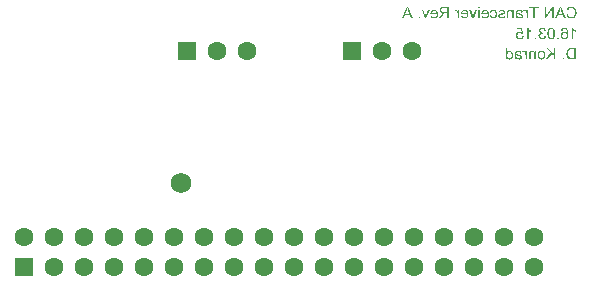
<source format=gbs>
G04 Layer_Color=16711935*
%FSLAX44Y44*%
%MOMM*%
G71*
G01*
G75*
%ADD35R,1.6000X1.6000*%
%ADD36C,1.6000*%
%ADD37C,1.7500*%
G36*
X2961781Y2711218D02*
X2962077Y2711190D01*
X2962359Y2711147D01*
X2962584Y2711105D01*
X2962782Y2711063D01*
X2962923Y2711020D01*
X2962979Y2711006D01*
X2963021Y2710992D01*
X2963035Y2710978D01*
X2963050D01*
X2963289Y2710879D01*
X2963501Y2710753D01*
X2963684Y2710640D01*
X2963839Y2710527D01*
X2963952Y2710414D01*
X2964036Y2710330D01*
X2964093Y2710273D01*
X2964107Y2710259D01*
X2964234Y2710076D01*
X2964346Y2709879D01*
X2964431Y2709681D01*
X2964502Y2709498D01*
X2964558Y2709315D01*
X2964600Y2709188D01*
X2964614Y2709131D01*
Y2709089D01*
X2964628Y2709075D01*
Y2709061D01*
X2963458Y2708906D01*
X2963374Y2709160D01*
X2963289Y2709385D01*
X2963191Y2709568D01*
X2963106Y2709709D01*
X2963021Y2709822D01*
X2962951Y2709893D01*
X2962894Y2709935D01*
X2962880Y2709949D01*
X2962711Y2710048D01*
X2962514Y2710118D01*
X2962303Y2710175D01*
X2962105Y2710203D01*
X2961908Y2710231D01*
X2961767Y2710245D01*
X2961626D01*
X2961302Y2710231D01*
X2961020Y2710189D01*
X2960794Y2710118D01*
X2960597Y2710048D01*
X2960456Y2709963D01*
X2960343Y2709907D01*
X2960273Y2709850D01*
X2960258Y2709836D01*
X2960146Y2709709D01*
X2960061Y2709554D01*
X2959991Y2709385D01*
X2959948Y2709216D01*
X2959920Y2709061D01*
X2959906Y2708920D01*
Y2708835D01*
Y2708821D01*
Y2708807D01*
Y2708779D01*
Y2708723D01*
Y2708624D01*
X2959920Y2708539D01*
Y2708511D01*
Y2708497D01*
X2960061Y2708455D01*
X2960216Y2708412D01*
X2960540Y2708328D01*
X2960907Y2708257D01*
X2961245Y2708187D01*
X2961414Y2708159D01*
X2961569Y2708145D01*
X2961710Y2708116D01*
X2961823Y2708102D01*
X2961922Y2708088D01*
X2961992D01*
X2962049Y2708074D01*
X2962063D01*
X2962317Y2708046D01*
X2962528Y2708004D01*
X2962711Y2707975D01*
X2962852Y2707947D01*
X2962965Y2707933D01*
X2963050Y2707905D01*
X2963106Y2707891D01*
X2963120D01*
X2963303Y2707834D01*
X2963458Y2707778D01*
X2963613Y2707708D01*
X2963740Y2707651D01*
X2963853Y2707595D01*
X2963924Y2707538D01*
X2963980Y2707510D01*
X2963994Y2707496D01*
X2964135Y2707397D01*
X2964248Y2707285D01*
X2964360Y2707172D01*
X2964445Y2707059D01*
X2964516Y2706960D01*
X2964572Y2706876D01*
X2964600Y2706819D01*
X2964614Y2706805D01*
X2964685Y2706650D01*
X2964741Y2706481D01*
X2964783Y2706326D01*
X2964812Y2706171D01*
X2964826Y2706044D01*
X2964840Y2705945D01*
Y2705889D01*
Y2705861D01*
X2964826Y2705692D01*
X2964812Y2705551D01*
X2964741Y2705255D01*
X2964643Y2705015D01*
X2964530Y2704803D01*
X2964417Y2704634D01*
X2964318Y2704507D01*
X2964248Y2704437D01*
X2964219Y2704409D01*
X2963966Y2704225D01*
X2963684Y2704084D01*
X2963374Y2703986D01*
X2963092Y2703915D01*
X2962838Y2703873D01*
X2962725Y2703859D01*
X2962627D01*
X2962542Y2703845D01*
X2962429D01*
X2962176Y2703859D01*
X2961922Y2703887D01*
X2961696Y2703915D01*
X2961499Y2703958D01*
X2961344Y2704000D01*
X2961217Y2704042D01*
X2961132Y2704056D01*
X2961104Y2704070D01*
X2960865Y2704169D01*
X2960639Y2704296D01*
X2960428Y2704437D01*
X2960216Y2704564D01*
X2960047Y2704691D01*
X2959920Y2704789D01*
X2959836Y2704860D01*
X2959821Y2704888D01*
X2959807D01*
X2959779Y2704705D01*
X2959751Y2704536D01*
X2959723Y2704380D01*
X2959680Y2704254D01*
X2959638Y2704141D01*
X2959610Y2704070D01*
X2959596Y2704014D01*
X2959582Y2704000D01*
X2958327D01*
X2958398Y2704155D01*
X2958468Y2704310D01*
X2958524Y2704451D01*
X2958553Y2704578D01*
X2958595Y2704691D01*
X2958609Y2704775D01*
X2958623Y2704832D01*
Y2704846D01*
X2958637Y2704944D01*
X2958651Y2705071D01*
Y2705212D01*
X2958665Y2705367D01*
X2958680Y2705720D01*
Y2706072D01*
X2958694Y2706411D01*
Y2706566D01*
Y2706693D01*
Y2706805D01*
Y2706890D01*
Y2706946D01*
Y2706960D01*
Y2708568D01*
Y2708835D01*
X2958708Y2709075D01*
X2958722Y2709258D01*
Y2709413D01*
X2958736Y2709526D01*
X2958750Y2709611D01*
X2958764Y2709653D01*
Y2709667D01*
X2958806Y2709850D01*
X2958863Y2710005D01*
X2958919Y2710132D01*
X2958990Y2710259D01*
X2959046Y2710344D01*
X2959088Y2710414D01*
X2959117Y2710457D01*
X2959131Y2710471D01*
X2959243Y2710583D01*
X2959370Y2710696D01*
X2959511Y2710781D01*
X2959652Y2710865D01*
X2959779Y2710922D01*
X2959878Y2710964D01*
X2959948Y2710992D01*
X2959977Y2711006D01*
X2960202Y2711077D01*
X2960442Y2711133D01*
X2960681Y2711176D01*
X2960921Y2711204D01*
X2961132Y2711218D01*
X2961288Y2711232D01*
X2961442D01*
X2961781Y2711218D01*
D02*
G37*
G36*
X2993133Y2704000D02*
X2991836D01*
Y2707383D01*
X2990243Y2708920D01*
X2986775Y2704000D01*
X2985069D01*
X2989341Y2709794D01*
X2985252Y2713755D01*
X2987014D01*
X2991836Y2708906D01*
Y2713755D01*
X2993133D01*
Y2704000D01*
D02*
G37*
G36*
X3010500D02*
X3006990D01*
X3006666Y2704014D01*
X3006370Y2704028D01*
X3006102Y2704056D01*
X3005876Y2704084D01*
X3005679Y2704113D01*
X3005538Y2704127D01*
X3005496Y2704141D01*
X3005453Y2704155D01*
X3005425D01*
X3005171Y2704225D01*
X3004946Y2704310D01*
X3004749Y2704380D01*
X3004579Y2704465D01*
X3004438Y2704536D01*
X3004340Y2704592D01*
X3004283Y2704634D01*
X3004255Y2704648D01*
X3004072Y2704775D01*
X3003917Y2704930D01*
X3003762Y2705071D01*
X3003635Y2705212D01*
X3003522Y2705339D01*
X3003438Y2705438D01*
X3003381Y2705508D01*
X3003367Y2705536D01*
X3003226Y2705762D01*
X3003085Y2706002D01*
X3002972Y2706227D01*
X3002888Y2706453D01*
X3002803Y2706650D01*
X3002747Y2706805D01*
X3002733Y2706862D01*
X3002719Y2706904D01*
X3002704Y2706932D01*
Y2706946D01*
X3002620Y2707285D01*
X3002549Y2707623D01*
X3002507Y2707947D01*
X3002465Y2708257D01*
X3002451Y2708525D01*
Y2708638D01*
X3002437Y2708737D01*
Y2708807D01*
Y2708878D01*
Y2708906D01*
Y2708920D01*
X3002451Y2709399D01*
X3002493Y2709836D01*
X3002563Y2710231D01*
X3002592Y2710414D01*
X3002634Y2710569D01*
X3002676Y2710724D01*
X3002704Y2710851D01*
X3002733Y2710964D01*
X3002775Y2711063D01*
X3002789Y2711147D01*
X3002817Y2711204D01*
X3002831Y2711232D01*
Y2711246D01*
X3002986Y2711613D01*
X3003170Y2711937D01*
X3003367Y2712219D01*
X3003550Y2712458D01*
X3003719Y2712656D01*
X3003860Y2712797D01*
X3003917Y2712839D01*
X3003959Y2712881D01*
X3003973Y2712895D01*
X3003987Y2712909D01*
X3004213Y2713093D01*
X3004453Y2713234D01*
X3004692Y2713360D01*
X3004918Y2713459D01*
X3005115Y2713530D01*
X3005270Y2713572D01*
X3005327Y2713600D01*
X3005369D01*
X3005397Y2713614D01*
X3005411D01*
X3005651Y2713656D01*
X3005933Y2713699D01*
X3006215Y2713727D01*
X3006497Y2713741D01*
X3006750Y2713755D01*
X3010500D01*
Y2704000D01*
D02*
G37*
G36*
X2973510Y2711218D02*
X2973763Y2711176D01*
X2973989Y2711119D01*
X2974214Y2711049D01*
X2974412Y2710964D01*
X2974595Y2710865D01*
X2974764Y2710753D01*
X2974905Y2710654D01*
X2975046Y2710541D01*
X2975159Y2710428D01*
X2975258Y2710330D01*
X2975342Y2710245D01*
X2975399Y2710175D01*
X2975441Y2710118D01*
X2975469Y2710076D01*
X2975483Y2710062D01*
Y2711077D01*
X2976554D01*
Y2704000D01*
X2975356D01*
Y2707849D01*
Y2708088D01*
X2975328Y2708328D01*
X2975300Y2708525D01*
X2975272Y2708708D01*
X2975229Y2708878D01*
X2975187Y2709033D01*
X2975131Y2709174D01*
X2975074Y2709286D01*
X2975032Y2709385D01*
X2974976Y2709470D01*
X2974933Y2709540D01*
X2974891Y2709597D01*
X2974835Y2709667D01*
X2974807Y2709695D01*
X2974595Y2709865D01*
X2974370Y2709977D01*
X2974144Y2710062D01*
X2973947Y2710132D01*
X2973763Y2710161D01*
X2973622Y2710175D01*
X2973566Y2710189D01*
X2973495D01*
X2973326Y2710175D01*
X2973157Y2710161D01*
X2973016Y2710118D01*
X2972903Y2710076D01*
X2972805Y2710034D01*
X2972720Y2710005D01*
X2972678Y2709977D01*
X2972664Y2709963D01*
X2972537Y2709879D01*
X2972424Y2709780D01*
X2972339Y2709681D01*
X2972269Y2709597D01*
X2972227Y2709512D01*
X2972184Y2709442D01*
X2972156Y2709399D01*
Y2709385D01*
X2972114Y2709230D01*
X2972072Y2709061D01*
X2972043Y2708878D01*
X2972029Y2708694D01*
X2972015Y2708539D01*
Y2708412D01*
Y2708314D01*
Y2708300D01*
Y2708286D01*
Y2704000D01*
X2970817D01*
Y2708342D01*
Y2708638D01*
X2970831Y2708878D01*
X2970845Y2709075D01*
Y2709244D01*
X2970859Y2709357D01*
X2970873Y2709442D01*
X2970887Y2709498D01*
Y2709512D01*
X2970930Y2709695D01*
X2971000Y2709865D01*
X2971057Y2710005D01*
X2971113Y2710146D01*
X2971183Y2710245D01*
X2971226Y2710316D01*
X2971254Y2710372D01*
X2971268Y2710386D01*
X2971381Y2710527D01*
X2971508Y2710640D01*
X2971635Y2710753D01*
X2971776Y2710837D01*
X2971888Y2710908D01*
X2971987Y2710950D01*
X2972043Y2710978D01*
X2972072Y2710992D01*
X2972269Y2711077D01*
X2972480Y2711133D01*
X2972678Y2711176D01*
X2972861Y2711204D01*
X2973016Y2711218D01*
X2973129Y2711232D01*
X2973242D01*
X2973510Y2711218D01*
D02*
G37*
G36*
X3000477Y2704000D02*
X2999109D01*
Y2705367D01*
X3000477D01*
Y2704000D01*
D02*
G37*
G36*
X2903003Y2738750D02*
X2901706D01*
Y2743078D01*
X2900042D01*
X2899887Y2743064D01*
X2899775D01*
X2899676Y2743050D01*
X2899605Y2743036D01*
X2899549D01*
X2899521Y2743022D01*
X2899507D01*
X2899281Y2742951D01*
X2899183Y2742909D01*
X2899098Y2742866D01*
X2899013Y2742824D01*
X2898957Y2742796D01*
X2898929Y2742782D01*
X2898915Y2742768D01*
X2898802Y2742683D01*
X2898689Y2742585D01*
X2898478Y2742373D01*
X2898379Y2742274D01*
X2898309Y2742190D01*
X2898266Y2742133D01*
X2898252Y2742119D01*
X2898111Y2741922D01*
X2897956Y2741711D01*
X2897801Y2741485D01*
X2897646Y2741273D01*
X2897519Y2741076D01*
X2897420Y2740921D01*
X2897378Y2740865D01*
X2897350Y2740822D01*
X2897322Y2740794D01*
Y2740780D01*
X2896039Y2738750D01*
X2894432D01*
X2896109Y2741400D01*
X2896307Y2741682D01*
X2896490Y2741936D01*
X2896673Y2742148D01*
X2896828Y2742345D01*
X2896969Y2742486D01*
X2897082Y2742599D01*
X2897153Y2742669D01*
X2897181Y2742697D01*
X2897294Y2742782D01*
X2897420Y2742880D01*
X2897674Y2743036D01*
X2897787Y2743092D01*
X2897872Y2743148D01*
X2897928Y2743177D01*
X2897956Y2743191D01*
X2897702Y2743233D01*
X2897463Y2743275D01*
X2897251Y2743346D01*
X2897040Y2743402D01*
X2896857Y2743473D01*
X2896687Y2743557D01*
X2896532Y2743628D01*
X2896391Y2743698D01*
X2896279Y2743783D01*
X2896166Y2743853D01*
X2896081Y2743910D01*
X2896011Y2743966D01*
X2895954Y2744008D01*
X2895912Y2744051D01*
X2895898Y2744065D01*
X2895884Y2744079D01*
X2895771Y2744220D01*
X2895658Y2744361D01*
X2895489Y2744657D01*
X2895376Y2744953D01*
X2895292Y2745235D01*
X2895235Y2745474D01*
X2895221Y2745573D01*
Y2745672D01*
X2895207Y2745742D01*
Y2745799D01*
Y2745827D01*
Y2745841D01*
X2895221Y2746137D01*
X2895264Y2746405D01*
X2895334Y2746658D01*
X2895405Y2746870D01*
X2895489Y2747053D01*
X2895546Y2747194D01*
X2895602Y2747279D01*
X2895616Y2747293D01*
Y2747307D01*
X2895785Y2747532D01*
X2895954Y2747730D01*
X2896138Y2747899D01*
X2896307Y2748026D01*
X2896462Y2748124D01*
X2896589Y2748181D01*
X2896673Y2748223D01*
X2896687Y2748237D01*
X2896701D01*
X2896828Y2748280D01*
X2896984Y2748322D01*
X2897294Y2748392D01*
X2897632Y2748434D01*
X2897942Y2748477D01*
X2898238Y2748491D01*
X2898365D01*
X2898478Y2748505D01*
X2903003D01*
Y2738750D01*
D02*
G37*
G36*
X2909065Y2745968D02*
X2909206Y2745940D01*
X2909347Y2745897D01*
X2909459Y2745855D01*
X2909544Y2745813D01*
X2909629Y2745770D01*
X2909671Y2745742D01*
X2909685Y2745728D01*
X2909812Y2745615D01*
X2909939Y2745474D01*
X2910066Y2745305D01*
X2910178Y2745150D01*
X2910291Y2744995D01*
X2910362Y2744868D01*
X2910418Y2744769D01*
X2910432Y2744755D01*
Y2745827D01*
X2911518D01*
Y2738750D01*
X2910319D01*
Y2742444D01*
X2910305Y2742726D01*
X2910291Y2742979D01*
X2910263Y2743219D01*
X2910221Y2743430D01*
X2910178Y2743600D01*
X2910150Y2743726D01*
X2910136Y2743811D01*
X2910122Y2743839D01*
X2910066Y2743994D01*
X2909995Y2744121D01*
X2909925Y2744234D01*
X2909854Y2744332D01*
X2909784Y2744403D01*
X2909741Y2744459D01*
X2909699Y2744488D01*
X2909685Y2744502D01*
X2909572Y2744586D01*
X2909445Y2744643D01*
X2909318Y2744685D01*
X2909220Y2744713D01*
X2909121Y2744727D01*
X2909051Y2744741D01*
X2908980D01*
X2908825Y2744727D01*
X2908670Y2744699D01*
X2908515Y2744657D01*
X2908388Y2744614D01*
X2908275Y2744572D01*
X2908191Y2744530D01*
X2908134Y2744502D01*
X2908120Y2744488D01*
X2907683Y2745587D01*
X2907923Y2745714D01*
X2908148Y2745813D01*
X2908346Y2745883D01*
X2908529Y2745940D01*
X2908684Y2745968D01*
X2908811Y2745982D01*
X2908910D01*
X2909065Y2745968D01*
D02*
G37*
G36*
X2878587Y2738750D02*
X2877220D01*
Y2740117D01*
X2878587D01*
Y2738750D01*
D02*
G37*
G36*
X2948254Y2745954D02*
X2948423Y2745940D01*
X2948578Y2745911D01*
X2948705Y2745883D01*
X2948804Y2745855D01*
X2948860Y2745841D01*
X2948889Y2745827D01*
X2949058Y2745770D01*
X2949213Y2745714D01*
X2949340Y2745657D01*
X2949453Y2745601D01*
X2949537Y2745559D01*
X2949594Y2745517D01*
X2949636Y2745503D01*
X2949650Y2745488D01*
X2949791Y2745390D01*
X2949904Y2745277D01*
X2950002Y2745150D01*
X2950087Y2745051D01*
X2950157Y2744953D01*
X2950200Y2744882D01*
X2950228Y2744826D01*
X2950242Y2744812D01*
X2950312Y2744657D01*
X2950369Y2744516D01*
X2950397Y2744361D01*
X2950425Y2744234D01*
X2950439Y2744107D01*
X2950453Y2744022D01*
Y2743966D01*
Y2743938D01*
X2950439Y2743740D01*
X2950411Y2743571D01*
X2950369Y2743402D01*
X2950327Y2743261D01*
X2950284Y2743148D01*
X2950242Y2743050D01*
X2950214Y2742993D01*
X2950200Y2742979D01*
X2950087Y2742824D01*
X2949960Y2742697D01*
X2949833Y2742585D01*
X2949706Y2742486D01*
X2949594Y2742415D01*
X2949509Y2742359D01*
X2949453Y2742331D01*
X2949424Y2742317D01*
X2949326Y2742274D01*
X2949199Y2742218D01*
X2948917Y2742119D01*
X2948621Y2742035D01*
X2948311Y2741936D01*
X2948043Y2741866D01*
X2947916Y2741823D01*
X2947803Y2741795D01*
X2947719Y2741767D01*
X2947648Y2741753D01*
X2947606Y2741739D01*
X2947592D01*
X2947408Y2741696D01*
X2947253Y2741654D01*
X2947112Y2741612D01*
X2946985Y2741570D01*
X2946873Y2741541D01*
X2946774Y2741499D01*
X2946605Y2741443D01*
X2946492Y2741400D01*
X2946422Y2741358D01*
X2946379Y2741344D01*
X2946365Y2741330D01*
X2946238Y2741245D01*
X2946154Y2741133D01*
X2946083Y2741034D01*
X2946041Y2740935D01*
X2946013Y2740836D01*
X2945999Y2740766D01*
Y2740710D01*
Y2740695D01*
X2946013Y2740526D01*
X2946055Y2740385D01*
X2946125Y2740244D01*
X2946196Y2740132D01*
X2946281Y2740033D01*
X2946337Y2739962D01*
X2946393Y2739920D01*
X2946407Y2739906D01*
X2946577Y2739793D01*
X2946760Y2739723D01*
X2946971Y2739666D01*
X2947169Y2739624D01*
X2947352Y2739596D01*
X2947493Y2739582D01*
X2947634D01*
X2947930Y2739596D01*
X2948184Y2739638D01*
X2948395Y2739695D01*
X2948578Y2739765D01*
X2948719Y2739836D01*
X2948832Y2739892D01*
X2948889Y2739934D01*
X2948917Y2739948D01*
X2949072Y2740103D01*
X2949199Y2740287D01*
X2949283Y2740470D01*
X2949354Y2740639D01*
X2949410Y2740794D01*
X2949438Y2740935D01*
X2949467Y2741020D01*
Y2741034D01*
Y2741048D01*
X2950651Y2740865D01*
X2950552Y2740470D01*
X2950425Y2740117D01*
X2950270Y2739836D01*
X2950115Y2739596D01*
X2949974Y2739398D01*
X2949847Y2739272D01*
X2949763Y2739187D01*
X2949749Y2739173D01*
X2949734Y2739159D01*
X2949594Y2739060D01*
X2949438Y2738976D01*
X2949100Y2738835D01*
X2948748Y2738736D01*
X2948409Y2738665D01*
X2948254Y2738637D01*
X2948113Y2738623D01*
X2947972Y2738609D01*
X2947859D01*
X2947761Y2738595D01*
X2947634D01*
X2947324Y2738609D01*
X2947056Y2738637D01*
X2946802Y2738680D01*
X2946577Y2738736D01*
X2946393Y2738792D01*
X2946252Y2738835D01*
X2946168Y2738863D01*
X2946154Y2738877D01*
X2946140D01*
X2945900Y2739004D01*
X2945703Y2739131D01*
X2945533Y2739272D01*
X2945378Y2739398D01*
X2945266Y2739511D01*
X2945195Y2739610D01*
X2945139Y2739666D01*
X2945125Y2739695D01*
X2945012Y2739892D01*
X2944927Y2740103D01*
X2944857Y2740287D01*
X2944814Y2740456D01*
X2944786Y2740611D01*
X2944772Y2740724D01*
Y2740794D01*
Y2740822D01*
X2944786Y2741048D01*
X2944814Y2741245D01*
X2944871Y2741414D01*
X2944913Y2741570D01*
X2944969Y2741696D01*
X2945026Y2741781D01*
X2945054Y2741837D01*
X2945068Y2741851D01*
X2945181Y2741992D01*
X2945308Y2742119D01*
X2945435Y2742232D01*
X2945562Y2742317D01*
X2945688Y2742387D01*
X2945773Y2742429D01*
X2945829Y2742458D01*
X2945858Y2742472D01*
X2945956Y2742514D01*
X2946069Y2742556D01*
X2946337Y2742655D01*
X2946633Y2742754D01*
X2946929Y2742838D01*
X2947197Y2742923D01*
X2947324Y2742951D01*
X2947422Y2742979D01*
X2947507Y2743007D01*
X2947578Y2743022D01*
X2947620Y2743036D01*
X2947634D01*
X2947789Y2743078D01*
X2947930Y2743120D01*
X2948057Y2743148D01*
X2948170Y2743191D01*
X2948353Y2743233D01*
X2948494Y2743275D01*
X2948593Y2743317D01*
X2948649Y2743332D01*
X2948677Y2743346D01*
X2948691D01*
X2948804Y2743402D01*
X2948903Y2743444D01*
X2948987Y2743501D01*
X2949044Y2743543D01*
X2949100Y2743585D01*
X2949128Y2743628D01*
X2949142Y2743642D01*
X2949156Y2743656D01*
X2949241Y2743797D01*
X2949283Y2743938D01*
Y2743994D01*
X2949297Y2744036D01*
Y2744065D01*
Y2744079D01*
X2949283Y2744206D01*
X2949241Y2744332D01*
X2949185Y2744445D01*
X2949114Y2744530D01*
X2949058Y2744614D01*
X2949001Y2744671D01*
X2948959Y2744699D01*
X2948945Y2744713D01*
X2948790Y2744812D01*
X2948607Y2744882D01*
X2948409Y2744925D01*
X2948226Y2744967D01*
X2948043Y2744981D01*
X2947902Y2744995D01*
X2947761D01*
X2947521Y2744981D01*
X2947296Y2744953D01*
X2947112Y2744896D01*
X2946971Y2744840D01*
X2946844Y2744784D01*
X2946760Y2744727D01*
X2946703Y2744699D01*
X2946689Y2744685D01*
X2946548Y2744558D01*
X2946450Y2744417D01*
X2946365Y2744276D01*
X2946295Y2744149D01*
X2946252Y2744022D01*
X2946224Y2743924D01*
X2946210Y2743867D01*
Y2743839D01*
X2945040Y2743994D01*
X2945096Y2744234D01*
X2945153Y2744445D01*
X2945223Y2744628D01*
X2945294Y2744798D01*
X2945364Y2744910D01*
X2945421Y2745009D01*
X2945449Y2745066D01*
X2945463Y2745080D01*
X2945590Y2745221D01*
X2945731Y2745347D01*
X2945886Y2745460D01*
X2946041Y2745559D01*
X2946182Y2745629D01*
X2946295Y2745686D01*
X2946365Y2745714D01*
X2946379Y2745728D01*
X2946393D01*
X2946633Y2745813D01*
X2946887Y2745869D01*
X2947126Y2745925D01*
X2947352Y2745954D01*
X2947563Y2745968D01*
X2947719Y2745982D01*
X2948057D01*
X2948254Y2745954D01*
D02*
G37*
G36*
X2872257Y2738750D02*
X2870890D01*
X2869832Y2741711D01*
X2865745D01*
X2864603Y2738750D01*
X2863137D01*
X2867126Y2748505D01*
X2868536D01*
X2872257Y2738750D01*
D02*
G37*
G36*
X2966531Y2711218D02*
X2966672Y2711190D01*
X2966813Y2711147D01*
X2966926Y2711105D01*
X2967011Y2711063D01*
X2967095Y2711020D01*
X2967137Y2710992D01*
X2967152Y2710978D01*
X2967279Y2710865D01*
X2967405Y2710724D01*
X2967532Y2710555D01*
X2967645Y2710400D01*
X2967758Y2710245D01*
X2967828Y2710118D01*
X2967885Y2710020D01*
X2967899Y2710005D01*
Y2711077D01*
X2968984D01*
Y2704000D01*
X2967786D01*
Y2707693D01*
X2967772Y2707975D01*
X2967758Y2708229D01*
X2967730Y2708469D01*
X2967687Y2708680D01*
X2967645Y2708849D01*
X2967617Y2708976D01*
X2967603Y2709061D01*
X2967589Y2709089D01*
X2967532Y2709244D01*
X2967462Y2709371D01*
X2967391Y2709484D01*
X2967321Y2709583D01*
X2967250Y2709653D01*
X2967208Y2709709D01*
X2967166Y2709738D01*
X2967152Y2709752D01*
X2967039Y2709836D01*
X2966912Y2709893D01*
X2966785Y2709935D01*
X2966686Y2709963D01*
X2966588Y2709977D01*
X2966517Y2709991D01*
X2966447D01*
X2966292Y2709977D01*
X2966137Y2709949D01*
X2965982Y2709907D01*
X2965855Y2709865D01*
X2965742Y2709822D01*
X2965657Y2709780D01*
X2965601Y2709752D01*
X2965587Y2709738D01*
X2965150Y2710837D01*
X2965390Y2710964D01*
X2965615Y2711063D01*
X2965812Y2711133D01*
X2965996Y2711190D01*
X2966151Y2711218D01*
X2966278Y2711232D01*
X2966376D01*
X2966531Y2711218D01*
D02*
G37*
G36*
X3000910Y2730783D02*
X3001178Y2730755D01*
X3001432Y2730699D01*
X3001671Y2730628D01*
X3001883Y2730529D01*
X3002094Y2730445D01*
X3002278Y2730332D01*
X3002447Y2730233D01*
X3002588Y2730135D01*
X3002729Y2730022D01*
X3002841Y2729937D01*
X3002926Y2729853D01*
X3002997Y2729768D01*
X3003053Y2729712D01*
X3003081Y2729684D01*
X3003095Y2729669D01*
X3003279Y2729416D01*
X3003434Y2729120D01*
X3003575Y2728810D01*
X3003701Y2728485D01*
X3003800Y2728147D01*
X3003885Y2727809D01*
X3003955Y2727456D01*
X3004012Y2727132D01*
X3004054Y2726808D01*
X3004082Y2726512D01*
X3004110Y2726244D01*
X3004124Y2726018D01*
Y2725821D01*
X3004138Y2725680D01*
Y2725624D01*
Y2725581D01*
Y2725567D01*
Y2725553D01*
X3004124Y2725102D01*
X3004096Y2724679D01*
X3004054Y2724285D01*
X3003983Y2723918D01*
X3003913Y2723594D01*
X3003842Y2723298D01*
X3003758Y2723030D01*
X3003659Y2722790D01*
X3003575Y2722593D01*
X3003490Y2722410D01*
X3003419Y2722269D01*
X3003335Y2722142D01*
X3003279Y2722043D01*
X3003236Y2721987D01*
X3003208Y2721945D01*
X3003194Y2721931D01*
X3003011Y2721733D01*
X3002813Y2721564D01*
X3002616Y2721423D01*
X3002419Y2721296D01*
X3002207Y2721183D01*
X3002010Y2721099D01*
X3001812Y2721028D01*
X3001615Y2720972D01*
X3001446Y2720930D01*
X3001277Y2720887D01*
X3001136Y2720859D01*
X3001009Y2720845D01*
X3000896D01*
X3000826Y2720831D01*
X3000755D01*
X3000431Y2720845D01*
X3000135Y2720901D01*
X2999867Y2720958D01*
X2999627Y2721042D01*
X2999444Y2721113D01*
X2999303Y2721183D01*
X2999247Y2721198D01*
X2999205Y2721226D01*
X2999190Y2721240D01*
X2999176D01*
X2998937Y2721409D01*
X2998711Y2721606D01*
X2998528Y2721804D01*
X2998373Y2722001D01*
X2998246Y2722184D01*
X2998161Y2722325D01*
X2998133Y2722382D01*
X2998105Y2722424D01*
X2998091Y2722438D01*
Y2722452D01*
X2997950Y2722748D01*
X2997851Y2723058D01*
X2997781Y2723340D01*
X2997739Y2723608D01*
X2997696Y2723834D01*
Y2723918D01*
X2997682Y2724003D01*
Y2724073D01*
Y2724115D01*
Y2724144D01*
Y2724158D01*
X2997696Y2724412D01*
X2997724Y2724651D01*
X2997767Y2724891D01*
X2997809Y2725102D01*
X2997879Y2725300D01*
X2997950Y2725497D01*
X2998020Y2725666D01*
X2998105Y2725821D01*
X2998190Y2725962D01*
X2998260Y2726089D01*
X2998331Y2726188D01*
X2998401Y2726286D01*
X2998443Y2726357D01*
X2998486Y2726399D01*
X2998514Y2726427D01*
X2998528Y2726441D01*
X2998683Y2726596D01*
X2998852Y2726737D01*
X2999035Y2726850D01*
X2999205Y2726949D01*
X2999374Y2727048D01*
X2999543Y2727118D01*
X2999867Y2727217D01*
X3000008Y2727259D01*
X3000149Y2727287D01*
X3000262Y2727301D01*
X3000374Y2727315D01*
X3000459Y2727329D01*
X3000572D01*
X3000826Y2727315D01*
X3001065Y2727273D01*
X3001291Y2727231D01*
X3001488Y2727174D01*
X3001657Y2727104D01*
X3001784Y2727062D01*
X3001869Y2727019D01*
X3001883Y2727005D01*
X3001897D01*
X3002122Y2726864D01*
X3002320Y2726709D01*
X3002503Y2726554D01*
X3002644Y2726385D01*
X3002771Y2726244D01*
X3002870Y2726131D01*
X3002926Y2726047D01*
X3002940Y2726033D01*
Y2726286D01*
X3002926Y2726540D01*
X3002912Y2726766D01*
X3002884Y2726991D01*
X3002870Y2727189D01*
X3002841Y2727372D01*
X3002813Y2727541D01*
X3002771Y2727696D01*
X3002743Y2727837D01*
X3002715Y2727950D01*
X3002686Y2728048D01*
X3002672Y2728133D01*
X3002644Y2728189D01*
X3002630Y2728232D01*
X3002616Y2728260D01*
Y2728274D01*
X3002475Y2728556D01*
X3002334Y2728810D01*
X3002179Y2729007D01*
X3002038Y2729176D01*
X3001911Y2729317D01*
X3001812Y2729416D01*
X3001742Y2729472D01*
X3001714Y2729486D01*
X3001545Y2729599D01*
X3001375Y2729669D01*
X3001206Y2729726D01*
X3001037Y2729768D01*
X3000910Y2729796D01*
X3000797Y2729810D01*
X3000699D01*
X3000445Y2729782D01*
X3000205Y2729726D01*
X3000008Y2729641D01*
X2999825Y2729557D01*
X2999684Y2729458D01*
X2999585Y2729373D01*
X2999529Y2729317D01*
X2999501Y2729289D01*
X2999402Y2729162D01*
X2999303Y2729007D01*
X2999219Y2728838D01*
X2999162Y2728669D01*
X2999106Y2728514D01*
X2999064Y2728387D01*
X2999049Y2728302D01*
X2999035Y2728288D01*
Y2728274D01*
X2997837Y2728373D01*
X2997922Y2728767D01*
X2998049Y2729120D01*
X2998190Y2729430D01*
X2998345Y2729684D01*
X2998500Y2729881D01*
X2998556Y2729966D01*
X2998627Y2730036D01*
X2998669Y2730078D01*
X2998711Y2730121D01*
X2998725Y2730135D01*
X2998739Y2730149D01*
X2998880Y2730262D01*
X2999035Y2730360D01*
X2999345Y2730529D01*
X2999656Y2730642D01*
X2999952Y2730713D01*
X3000220Y2730769D01*
X3000332Y2730783D01*
X3000431D01*
X3000516Y2730797D01*
X3000628D01*
X3000910Y2730783D01*
D02*
G37*
G36*
X2965950Y2725610D02*
X2964822Y2725455D01*
X2964723Y2725610D01*
X2964596Y2725737D01*
X2964484Y2725864D01*
X2964371Y2725962D01*
X2964258Y2726033D01*
X2964174Y2726103D01*
X2964117Y2726131D01*
X2964103Y2726145D01*
X2963920Y2726230D01*
X2963737Y2726300D01*
X2963568Y2726343D01*
X2963398Y2726385D01*
X2963257Y2726399D01*
X2963145Y2726413D01*
X2962877D01*
X2962708Y2726385D01*
X2962411Y2726315D01*
X2962158Y2726216D01*
X2961932Y2726117D01*
X2961763Y2726004D01*
X2961636Y2725906D01*
X2961566Y2725835D01*
X2961537Y2725821D01*
Y2725807D01*
X2961340Y2725567D01*
X2961199Y2725314D01*
X2961100Y2725046D01*
X2961030Y2724778D01*
X2960988Y2724552D01*
X2960974Y2724454D01*
Y2724369D01*
X2960959Y2724299D01*
Y2724242D01*
Y2724214D01*
Y2724200D01*
Y2724003D01*
X2960988Y2723819D01*
X2961058Y2723467D01*
X2961157Y2723171D01*
X2961255Y2722931D01*
X2961368Y2722734D01*
X2961467Y2722579D01*
X2961509Y2722537D01*
X2961537Y2722494D01*
X2961552Y2722480D01*
X2961566Y2722466D01*
X2961678Y2722353D01*
X2961791Y2722255D01*
X2962045Y2722086D01*
X2962285Y2721973D01*
X2962524Y2721902D01*
X2962722Y2721846D01*
X2962891Y2721832D01*
X2962947Y2721818D01*
X2963032D01*
X2963300Y2721832D01*
X2963539Y2721888D01*
X2963751Y2721959D01*
X2963920Y2722043D01*
X2964075Y2722128D01*
X2964188Y2722198D01*
X2964244Y2722255D01*
X2964272Y2722269D01*
X2964442Y2722466D01*
X2964582Y2722678D01*
X2964695Y2722917D01*
X2964780Y2723129D01*
X2964836Y2723340D01*
X2964879Y2723495D01*
X2964893Y2723566D01*
X2964907Y2723608D01*
Y2723636D01*
Y2723650D01*
X2966161Y2723552D01*
X2966133Y2723326D01*
X2966091Y2723115D01*
X2965964Y2722720D01*
X2965809Y2722382D01*
X2965724Y2722226D01*
X2965640Y2722100D01*
X2965569Y2721973D01*
X2965485Y2721860D01*
X2965414Y2721775D01*
X2965344Y2721705D01*
X2965287Y2721649D01*
X2965259Y2721592D01*
X2965231Y2721578D01*
X2965217Y2721564D01*
X2965048Y2721437D01*
X2964879Y2721324D01*
X2964695Y2721226D01*
X2964512Y2721141D01*
X2964160Y2721014D01*
X2963807Y2720930D01*
X2963652Y2720887D01*
X2963497Y2720873D01*
X2963370Y2720859D01*
X2963257Y2720845D01*
X2963159Y2720831D01*
X2963032D01*
X2962736Y2720845D01*
X2962454Y2720887D01*
X2962186Y2720944D01*
X2961946Y2721014D01*
X2961721Y2721113D01*
X2961509Y2721212D01*
X2961312Y2721310D01*
X2961143Y2721423D01*
X2960988Y2721536D01*
X2960847Y2721635D01*
X2960734Y2721747D01*
X2960635Y2721832D01*
X2960565Y2721902D01*
X2960508Y2721959D01*
X2960480Y2722001D01*
X2960466Y2722015D01*
X2960325Y2722198D01*
X2960212Y2722396D01*
X2960099Y2722579D01*
X2960015Y2722776D01*
X2959874Y2723157D01*
X2959789Y2723523D01*
X2959761Y2723678D01*
X2959733Y2723834D01*
X2959719Y2723960D01*
X2959705Y2724073D01*
X2959691Y2724172D01*
Y2724242D01*
Y2724285D01*
Y2724299D01*
X2959705Y2724552D01*
X2959733Y2724792D01*
X2959775Y2725032D01*
X2959832Y2725243D01*
X2959902Y2725440D01*
X2959973Y2725638D01*
X2960057Y2725807D01*
X2960128Y2725962D01*
X2960212Y2726103D01*
X2960297Y2726230D01*
X2960367Y2726329D01*
X2960438Y2726427D01*
X2960494Y2726498D01*
X2960536Y2726540D01*
X2960565Y2726568D01*
X2960579Y2726582D01*
X2960748Y2726737D01*
X2960917Y2726878D01*
X2961100Y2726991D01*
X2961284Y2727090D01*
X2961467Y2727189D01*
X2961650Y2727259D01*
X2961989Y2727358D01*
X2962144Y2727400D01*
X2962285Y2727428D01*
X2962411Y2727442D01*
X2962524Y2727456D01*
X2962609Y2727470D01*
X2962919D01*
X2963088Y2727442D01*
X2963427Y2727372D01*
X2963737Y2727273D01*
X2964019Y2727160D01*
X2964244Y2727048D01*
X2964343Y2726991D01*
X2964427Y2726949D01*
X2964498Y2726907D01*
X2964540Y2726878D01*
X2964568Y2726864D01*
X2964582Y2726850D01*
X2964061Y2729486D01*
X2960156D01*
Y2730628D01*
X2965005D01*
X2965950Y2725610D01*
D02*
G37*
G36*
X2995821Y2721000D02*
X2994454D01*
Y2722367D01*
X2995821D01*
Y2721000D01*
D02*
G37*
G36*
X2989901Y2730769D02*
X2990253Y2730713D01*
X2990549Y2730614D01*
X2990803Y2730515D01*
X2991014Y2730403D01*
X2991099Y2730360D01*
X2991169Y2730304D01*
X2991226Y2730276D01*
X2991268Y2730247D01*
X2991282Y2730219D01*
X2991296D01*
X2991550Y2729994D01*
X2991761Y2729726D01*
X2991945Y2729458D01*
X2992086Y2729204D01*
X2992198Y2728965D01*
X2992255Y2728866D01*
X2992283Y2728767D01*
X2992311Y2728697D01*
X2992339Y2728641D01*
X2992354Y2728612D01*
Y2728598D01*
X2992410Y2728387D01*
X2992466Y2728175D01*
X2992551Y2727710D01*
X2992621Y2727245D01*
X2992664Y2726808D01*
X2992678Y2726596D01*
X2992692Y2726413D01*
Y2726244D01*
X2992706Y2726089D01*
Y2725976D01*
Y2725878D01*
Y2725821D01*
Y2725807D01*
X2992692Y2725314D01*
X2992664Y2724849D01*
X2992621Y2724426D01*
X2992551Y2724031D01*
X2992480Y2723664D01*
X2992396Y2723340D01*
X2992311Y2723044D01*
X2992227Y2722790D01*
X2992142Y2722565D01*
X2992043Y2722367D01*
X2991973Y2722198D01*
X2991902Y2722072D01*
X2991832Y2721959D01*
X2991790Y2721888D01*
X2991761Y2721846D01*
X2991747Y2721832D01*
X2991592Y2721663D01*
X2991423Y2721508D01*
X2991240Y2721367D01*
X2991057Y2721254D01*
X2990873Y2721155D01*
X2990690Y2721071D01*
X2990507Y2721014D01*
X2990338Y2720958D01*
X2990168Y2720916D01*
X2990013Y2720887D01*
X2989872Y2720859D01*
X2989760Y2720845D01*
X2989661Y2720831D01*
X2989520D01*
X2989139Y2720859D01*
X2988787Y2720916D01*
X2988491Y2721014D01*
X2988237Y2721113D01*
X2988026Y2721212D01*
X2987955Y2721268D01*
X2987885Y2721310D01*
X2987828Y2721338D01*
X2987786Y2721367D01*
X2987772Y2721395D01*
X2987758D01*
X2987504Y2721635D01*
X2987292Y2721888D01*
X2987109Y2722170D01*
X2986968Y2722424D01*
X2986855Y2722663D01*
X2986799Y2722762D01*
X2986771Y2722861D01*
X2986743Y2722931D01*
X2986714Y2722988D01*
X2986700Y2723016D01*
Y2723030D01*
X2986630Y2723241D01*
X2986574Y2723453D01*
X2986489Y2723904D01*
X2986418Y2724369D01*
X2986376Y2724820D01*
X2986362Y2725018D01*
X2986348Y2725201D01*
Y2725370D01*
X2986334Y2725525D01*
Y2725638D01*
Y2725737D01*
Y2725793D01*
Y2725807D01*
Y2726075D01*
X2986348Y2726329D01*
Y2726554D01*
X2986362Y2726780D01*
X2986390Y2726977D01*
X2986404Y2727174D01*
X2986418Y2727344D01*
X2986447Y2727499D01*
X2986461Y2727640D01*
X2986489Y2727767D01*
X2986503Y2727865D01*
X2986517Y2727950D01*
X2986531Y2728020D01*
X2986545Y2728063D01*
X2986559Y2728091D01*
Y2728105D01*
X2986644Y2728415D01*
X2986743Y2728697D01*
X2986855Y2728936D01*
X2986940Y2729148D01*
X2987039Y2729331D01*
X2987095Y2729458D01*
X2987151Y2729529D01*
X2987166Y2729557D01*
X2987321Y2729768D01*
X2987476Y2729951D01*
X2987645Y2730107D01*
X2987800Y2730247D01*
X2987941Y2730346D01*
X2988054Y2730417D01*
X2988124Y2730459D01*
X2988138Y2730473D01*
X2988152D01*
X2988378Y2730586D01*
X2988618Y2730656D01*
X2988843Y2730713D01*
X2989055Y2730755D01*
X2989238Y2730783D01*
X2989393Y2730797D01*
X2989520D01*
X2989901Y2730769D01*
D02*
G37*
G36*
X2976861Y2721000D02*
X2975493D01*
Y2722367D01*
X2976861D01*
Y2721000D01*
D02*
G37*
G36*
X2952364Y2710259D02*
X2952491Y2710414D01*
X2952632Y2710541D01*
X2952759Y2710668D01*
X2952900Y2710767D01*
X2953012Y2710837D01*
X2953097Y2710908D01*
X2953153Y2710936D01*
X2953181Y2710950D01*
X2953365Y2711049D01*
X2953562Y2711119D01*
X2953759Y2711161D01*
X2953943Y2711204D01*
X2954098Y2711218D01*
X2954211Y2711232D01*
X2954323D01*
X2954633Y2711218D01*
X2954930Y2711161D01*
X2955197Y2711091D01*
X2955423Y2711006D01*
X2955620Y2710908D01*
X2955761Y2710837D01*
X2955818Y2710809D01*
X2955860Y2710781D01*
X2955874Y2710767D01*
X2955888D01*
X2956142Y2710583D01*
X2956353Y2710358D01*
X2956537Y2710146D01*
X2956678Y2709935D01*
X2956790Y2709738D01*
X2956875Y2709583D01*
X2956903Y2709526D01*
X2956931Y2709484D01*
X2956945Y2709456D01*
Y2709442D01*
X2957058Y2709117D01*
X2957143Y2708779D01*
X2957213Y2708455D01*
X2957256Y2708159D01*
X2957284Y2707905D01*
Y2707792D01*
X2957298Y2707708D01*
Y2707623D01*
Y2707567D01*
Y2707538D01*
Y2707524D01*
X2957284Y2707130D01*
X2957242Y2706763D01*
X2957171Y2706439D01*
X2957101Y2706157D01*
X2957072Y2706030D01*
X2957044Y2705931D01*
X2957002Y2705833D01*
X2956974Y2705748D01*
X2956945Y2705692D01*
X2956931Y2705649D01*
X2956917Y2705621D01*
Y2705607D01*
X2956762Y2705311D01*
X2956579Y2705057D01*
X2956396Y2704832D01*
X2956212Y2704648D01*
X2956057Y2704507D01*
X2955930Y2704395D01*
X2955846Y2704338D01*
X2955832Y2704310D01*
X2955818D01*
X2955550Y2704155D01*
X2955282Y2704042D01*
X2955014Y2703958D01*
X2954774Y2703901D01*
X2954577Y2703873D01*
X2954408Y2703859D01*
X2954352Y2703845D01*
X2954267D01*
X2954027Y2703859D01*
X2953802Y2703887D01*
X2953590Y2703943D01*
X2953407Y2704014D01*
X2953224Y2704084D01*
X2953055Y2704169D01*
X2952914Y2704268D01*
X2952787Y2704366D01*
X2952660Y2704465D01*
X2952561Y2704564D01*
X2952477Y2704648D01*
X2952406Y2704719D01*
X2952350Y2704789D01*
X2952308Y2704846D01*
X2952293Y2704874D01*
X2952279Y2704888D01*
Y2704000D01*
X2951166D01*
Y2713755D01*
X2952364D01*
Y2710259D01*
D02*
G37*
G36*
X2981517Y2711218D02*
X2981742Y2711204D01*
X2982179Y2711105D01*
X2982560Y2710978D01*
X2982729Y2710908D01*
X2982884Y2710837D01*
X2983025Y2710767D01*
X2983138Y2710696D01*
X2983250Y2710626D01*
X2983335Y2710569D01*
X2983405Y2710513D01*
X2983462Y2710471D01*
X2983490Y2710457D01*
X2983504Y2710442D01*
X2983701Y2710259D01*
X2983857Y2710048D01*
X2984012Y2709822D01*
X2984124Y2709597D01*
X2984237Y2709357D01*
X2984322Y2709103D01*
X2984392Y2708864D01*
X2984449Y2708638D01*
X2984505Y2708412D01*
X2984533Y2708215D01*
X2984561Y2708018D01*
X2984576Y2707863D01*
Y2707722D01*
X2984590Y2707623D01*
Y2707567D01*
Y2707538D01*
X2984576Y2707214D01*
X2984547Y2706904D01*
X2984505Y2706622D01*
X2984449Y2706354D01*
X2984378Y2706115D01*
X2984308Y2705889D01*
X2984223Y2705677D01*
X2984138Y2705494D01*
X2984054Y2705325D01*
X2983969Y2705184D01*
X2983899Y2705071D01*
X2983828Y2704973D01*
X2983772Y2704888D01*
X2983730Y2704832D01*
X2983701Y2704803D01*
X2983687Y2704789D01*
X2983504Y2704620D01*
X2983321Y2704479D01*
X2983123Y2704352D01*
X2982926Y2704240D01*
X2982729Y2704155D01*
X2982517Y2704070D01*
X2982137Y2703958D01*
X2981968Y2703929D01*
X2981798Y2703901D01*
X2981657Y2703873D01*
X2981531Y2703859D01*
X2981418Y2703845D01*
X2981277D01*
X2980939Y2703859D01*
X2980628Y2703915D01*
X2980332Y2703986D01*
X2980093Y2704056D01*
X2979881Y2704141D01*
X2979797Y2704169D01*
X2979726Y2704197D01*
X2979656Y2704225D01*
X2979614Y2704254D01*
X2979599Y2704268D01*
X2979585D01*
X2979303Y2704451D01*
X2979064Y2704648D01*
X2978852Y2704846D01*
X2978683Y2705043D01*
X2978556Y2705212D01*
X2978458Y2705353D01*
X2978429Y2705410D01*
X2978401Y2705452D01*
X2978387Y2705466D01*
Y2705480D01*
X2978246Y2705804D01*
X2978147Y2706157D01*
X2978063Y2706509D01*
X2978021Y2706862D01*
X2977992Y2707017D01*
Y2707158D01*
X2977978Y2707299D01*
X2977964Y2707411D01*
Y2707510D01*
Y2707581D01*
Y2707623D01*
Y2707637D01*
X2977978Y2707947D01*
X2978006Y2708229D01*
X2978049Y2708497D01*
X2978105Y2708751D01*
X2978176Y2708990D01*
X2978260Y2709202D01*
X2978345Y2709413D01*
X2978429Y2709583D01*
X2978514Y2709738D01*
X2978599Y2709879D01*
X2978683Y2710005D01*
X2978754Y2710104D01*
X2978810Y2710175D01*
X2978852Y2710231D01*
X2978880Y2710259D01*
X2978894Y2710273D01*
X2979078Y2710442D01*
X2979261Y2710583D01*
X2979458Y2710724D01*
X2979656Y2710823D01*
X2979853Y2710922D01*
X2980050Y2710992D01*
X2980431Y2711119D01*
X2980614Y2711147D01*
X2980769Y2711176D01*
X2980910Y2711204D01*
X2981037Y2711218D01*
X2981136Y2711232D01*
X2981277D01*
X2981517Y2711218D01*
D02*
G37*
G36*
X2982471Y2730769D02*
X2982852Y2730699D01*
X2983176Y2730586D01*
X2983458Y2730473D01*
X2983585Y2730403D01*
X2983684Y2730346D01*
X2983782Y2730290D01*
X2983853Y2730233D01*
X2983909Y2730191D01*
X2983952Y2730163D01*
X2983980Y2730149D01*
X2983994Y2730135D01*
X2984262Y2729867D01*
X2984473Y2729571D01*
X2984642Y2729261D01*
X2984783Y2728951D01*
X2984868Y2728683D01*
X2984910Y2728570D01*
X2984938Y2728471D01*
X2984952Y2728387D01*
X2984967Y2728330D01*
X2984981Y2728288D01*
Y2728274D01*
X2983782Y2728063D01*
X2983726Y2728373D01*
X2983641Y2728641D01*
X2983543Y2728866D01*
X2983444Y2729049D01*
X2983345Y2729190D01*
X2983261Y2729289D01*
X2983205Y2729359D01*
X2983190Y2729373D01*
X2983007Y2729514D01*
X2982810Y2729627D01*
X2982627Y2729698D01*
X2982443Y2729754D01*
X2982274Y2729782D01*
X2982147Y2729810D01*
X2982034D01*
X2981781Y2729796D01*
X2981555Y2729740D01*
X2981358Y2729669D01*
X2981189Y2729599D01*
X2981062Y2729514D01*
X2980963Y2729444D01*
X2980893Y2729388D01*
X2980879Y2729373D01*
X2980723Y2729204D01*
X2980611Y2729021D01*
X2980540Y2728838D01*
X2980484Y2728669D01*
X2980456Y2728514D01*
X2980428Y2728401D01*
Y2728316D01*
Y2728302D01*
Y2728288D01*
Y2728133D01*
X2980456Y2727992D01*
X2980526Y2727752D01*
X2980625Y2727541D01*
X2980738Y2727358D01*
X2980850Y2727231D01*
X2980949Y2727132D01*
X2981019Y2727076D01*
X2981034Y2727062D01*
X2981048D01*
X2981287Y2726935D01*
X2981513Y2726836D01*
X2981753Y2726766D01*
X2981964Y2726723D01*
X2982147Y2726695D01*
X2982302Y2726667D01*
X2982485D01*
X2982542Y2726681D01*
X2982612D01*
X2982753Y2725624D01*
X2982570Y2725666D01*
X2982401Y2725694D01*
X2982260Y2725722D01*
X2982133Y2725737D01*
X2982034Y2725751D01*
X2981907D01*
X2981612Y2725722D01*
X2981344Y2725666D01*
X2981104Y2725581D01*
X2980907Y2725483D01*
X2980752Y2725384D01*
X2980639Y2725300D01*
X2980568Y2725243D01*
X2980540Y2725215D01*
X2980357Y2725003D01*
X2980216Y2724778D01*
X2980117Y2724552D01*
X2980061Y2724327D01*
X2980019Y2724144D01*
X2980005Y2723989D01*
X2979991Y2723932D01*
Y2723890D01*
Y2723862D01*
Y2723848D01*
X2980019Y2723538D01*
X2980089Y2723256D01*
X2980174Y2723016D01*
X2980286Y2722804D01*
X2980399Y2722635D01*
X2980484Y2722509D01*
X2980554Y2722424D01*
X2980582Y2722396D01*
X2980808Y2722198D01*
X2981048Y2722057D01*
X2981287Y2721959D01*
X2981513Y2721888D01*
X2981710Y2721846D01*
X2981865Y2721832D01*
X2981922Y2721818D01*
X2982006D01*
X2982260Y2721832D01*
X2982500Y2721888D01*
X2982711Y2721959D01*
X2982880Y2722043D01*
X2983021Y2722114D01*
X2983134Y2722184D01*
X2983190Y2722241D01*
X2983219Y2722255D01*
X2983388Y2722452D01*
X2983529Y2722678D01*
X2983656Y2722917D01*
X2983754Y2723171D01*
X2983825Y2723382D01*
X2983853Y2723481D01*
X2983867Y2723566D01*
X2983881Y2723636D01*
X2983895Y2723693D01*
X2983909Y2723721D01*
Y2723735D01*
X2985108Y2723580D01*
X2985079Y2723354D01*
X2985037Y2723143D01*
X2984910Y2722748D01*
X2984755Y2722410D01*
X2984671Y2722269D01*
X2984586Y2722128D01*
X2984501Y2722001D01*
X2984417Y2721902D01*
X2984346Y2721804D01*
X2984276Y2721733D01*
X2984234Y2721677D01*
X2984191Y2721635D01*
X2984163Y2721606D01*
X2984149Y2721592D01*
X2983980Y2721465D01*
X2983811Y2721338D01*
X2983641Y2721240D01*
X2983458Y2721155D01*
X2983106Y2721014D01*
X2982768Y2720930D01*
X2982612Y2720901D01*
X2982471Y2720873D01*
X2982345Y2720859D01*
X2982232Y2720845D01*
X2982147Y2720831D01*
X2982020D01*
X2981753Y2720845D01*
X2981513Y2720873D01*
X2981273Y2720916D01*
X2981048Y2720972D01*
X2980836Y2721042D01*
X2980653Y2721113D01*
X2980470Y2721198D01*
X2980315Y2721282D01*
X2980160Y2721353D01*
X2980033Y2721437D01*
X2979920Y2721508D01*
X2979835Y2721578D01*
X2979765Y2721635D01*
X2979708Y2721677D01*
X2979680Y2721705D01*
X2979666Y2721719D01*
X2979497Y2721888D01*
X2979356Y2722072D01*
X2979229Y2722255D01*
X2979116Y2722438D01*
X2979032Y2722607D01*
X2978947Y2722790D01*
X2978835Y2723129D01*
X2978806Y2723284D01*
X2978778Y2723425D01*
X2978750Y2723552D01*
X2978736Y2723664D01*
X2978722Y2723749D01*
Y2723819D01*
Y2723862D01*
Y2723876D01*
X2978736Y2724214D01*
X2978792Y2724524D01*
X2978877Y2724792D01*
X2978961Y2725018D01*
X2979046Y2725201D01*
X2979130Y2725342D01*
X2979187Y2725427D01*
X2979201Y2725455D01*
X2979398Y2725666D01*
X2979610Y2725849D01*
X2979835Y2725990D01*
X2980061Y2726103D01*
X2980258Y2726188D01*
X2980413Y2726244D01*
X2980470Y2726258D01*
X2980512Y2726272D01*
X2980540Y2726286D01*
X2980554D01*
X2980315Y2726413D01*
X2980117Y2726540D01*
X2979948Y2726681D01*
X2979807Y2726808D01*
X2979694Y2726921D01*
X2979610Y2727019D01*
X2979567Y2727076D01*
X2979553Y2727104D01*
X2979441Y2727301D01*
X2979356Y2727499D01*
X2979286Y2727696D01*
X2979243Y2727879D01*
X2979215Y2728034D01*
X2979201Y2728147D01*
Y2728232D01*
Y2728260D01*
X2979215Y2728499D01*
X2979257Y2728739D01*
X2979314Y2728951D01*
X2979384Y2729134D01*
X2979455Y2729289D01*
X2979511Y2729416D01*
X2979553Y2729486D01*
X2979567Y2729514D01*
X2979708Y2729726D01*
X2979878Y2729909D01*
X2980047Y2730064D01*
X2980216Y2730205D01*
X2980357Y2730304D01*
X2980484Y2730388D01*
X2980568Y2730431D01*
X2980582Y2730445D01*
X2980597D01*
X2980850Y2730558D01*
X2981104Y2730642D01*
X2981358Y2730713D01*
X2981583Y2730755D01*
X2981767Y2730783D01*
X2981922Y2730797D01*
X2982274D01*
X2982471Y2730769D01*
D02*
G37*
G36*
X2970151Y2730558D02*
X2970306Y2730332D01*
X2970489Y2730107D01*
X2970658Y2729909D01*
X2970827Y2729740D01*
X2970954Y2729599D01*
X2971011Y2729557D01*
X2971053Y2729514D01*
X2971067Y2729500D01*
X2971081Y2729486D01*
X2971377Y2729247D01*
X2971673Y2729021D01*
X2971955Y2728824D01*
X2972237Y2728669D01*
X2972477Y2728528D01*
X2972575Y2728471D01*
X2972660Y2728429D01*
X2972730Y2728387D01*
X2972787Y2728373D01*
X2972815Y2728344D01*
X2972829D01*
Y2727189D01*
X2972617Y2727273D01*
X2972406Y2727372D01*
X2972195Y2727470D01*
X2971997Y2727569D01*
X2971828Y2727654D01*
X2971687Y2727724D01*
X2971602Y2727781D01*
X2971588Y2727795D01*
X2971574D01*
X2971321Y2727950D01*
X2971095Y2728105D01*
X2970898Y2728246D01*
X2970743Y2728373D01*
X2970602Y2728471D01*
X2970517Y2728556D01*
X2970447Y2728612D01*
X2970433Y2728626D01*
Y2721000D01*
X2969234D01*
Y2730797D01*
X2970010D01*
X2970151Y2730558D01*
D02*
G37*
G36*
X3008072D02*
X3008227Y2730332D01*
X3008410Y2730107D01*
X3008579Y2729909D01*
X3008748Y2729740D01*
X3008875Y2729599D01*
X3008932Y2729557D01*
X3008974Y2729514D01*
X3008988Y2729500D01*
X3009002Y2729486D01*
X3009298Y2729247D01*
X3009594Y2729021D01*
X3009876Y2728824D01*
X3010158Y2728669D01*
X3010398Y2728528D01*
X3010496Y2728471D01*
X3010581Y2728429D01*
X3010651Y2728387D01*
X3010708Y2728373D01*
X3010736Y2728344D01*
X3010750D01*
Y2727189D01*
X3010539Y2727273D01*
X3010327Y2727372D01*
X3010116Y2727470D01*
X3009918Y2727569D01*
X3009749Y2727654D01*
X3009608Y2727724D01*
X3009524Y2727781D01*
X3009510Y2727795D01*
X3009496D01*
X3009242Y2727950D01*
X3009016Y2728105D01*
X3008819Y2728246D01*
X3008664Y2728373D01*
X3008523Y2728471D01*
X3008438Y2728556D01*
X3008368Y2728612D01*
X3008354Y2728626D01*
Y2721000D01*
X3007155D01*
Y2730797D01*
X3007931D01*
X3008072Y2730558D01*
D02*
G37*
G36*
X2928941Y2738750D02*
X2927743D01*
Y2745827D01*
X2928941D01*
Y2738750D01*
D02*
G37*
G36*
X3006870Y2748646D02*
X3007321Y2748576D01*
X3007715Y2748491D01*
X3007899Y2748434D01*
X3008068Y2748378D01*
X3008223Y2748322D01*
X3008364Y2748265D01*
X3008477Y2748223D01*
X3008589Y2748181D01*
X3008660Y2748139D01*
X3008716Y2748110D01*
X3008759Y2748096D01*
X3008773Y2748082D01*
X3009153Y2747843D01*
X3009478Y2747561D01*
X3009760Y2747279D01*
X3009999Y2746997D01*
X3010182Y2746743D01*
X3010253Y2746630D01*
X3010309Y2746531D01*
X3010366Y2746461D01*
X3010394Y2746405D01*
X3010408Y2746362D01*
X3010422Y2746348D01*
X3010620Y2745911D01*
X3010760Y2745460D01*
X3010859Y2745009D01*
X3010930Y2744600D01*
X3010958Y2744417D01*
X3010972Y2744234D01*
X3010986Y2744093D01*
Y2743952D01*
X3011000Y2743853D01*
Y2743769D01*
Y2743712D01*
Y2743698D01*
X3010972Y2743191D01*
X3010916Y2742697D01*
X3010845Y2742260D01*
X3010789Y2742049D01*
X3010746Y2741866D01*
X3010704Y2741696D01*
X3010648Y2741541D01*
X3010605Y2741400D01*
X3010577Y2741288D01*
X3010535Y2741203D01*
X3010521Y2741133D01*
X3010493Y2741090D01*
Y2741076D01*
X3010281Y2740653D01*
X3010042Y2740273D01*
X3009788Y2739948D01*
X3009661Y2739821D01*
X3009548Y2739695D01*
X3009435Y2739582D01*
X3009323Y2739483D01*
X3009224Y2739398D01*
X3009139Y2739342D01*
X3009083Y2739286D01*
X3009026Y2739243D01*
X3008998Y2739229D01*
X3008984Y2739215D01*
X3008787Y2739102D01*
X3008589Y2739004D01*
X3008167Y2738849D01*
X3007744Y2738736D01*
X3007335Y2738665D01*
X3007137Y2738637D01*
X3006968Y2738609D01*
X3006813Y2738595D01*
X3006686D01*
X3006573Y2738581D01*
X3006418D01*
X3006136Y2738595D01*
X3005869Y2738623D01*
X3005615Y2738651D01*
X3005375Y2738708D01*
X3005150Y2738778D01*
X3004938Y2738849D01*
X3004741Y2738919D01*
X3004558Y2739004D01*
X3004402Y2739074D01*
X3004247Y2739145D01*
X3004135Y2739215D01*
X3004022Y2739286D01*
X3003951Y2739342D01*
X3003881Y2739370D01*
X3003853Y2739398D01*
X3003839Y2739413D01*
X3003641Y2739582D01*
X3003472Y2739751D01*
X3003317Y2739948D01*
X3003162Y2740146D01*
X3002908Y2740540D01*
X3002711Y2740935D01*
X3002626Y2741118D01*
X3002556Y2741288D01*
X3002499Y2741443D01*
X3002457Y2741570D01*
X3002415Y2741682D01*
X3002387Y2741767D01*
X3002373Y2741823D01*
Y2741837D01*
X3003670Y2742162D01*
X3003726Y2741936D01*
X3003796Y2741725D01*
X3003867Y2741527D01*
X3003937Y2741344D01*
X3004022Y2741175D01*
X3004107Y2741034D01*
X3004205Y2740893D01*
X3004290Y2740766D01*
X3004360Y2740653D01*
X3004445Y2740569D01*
X3004515Y2740484D01*
X3004572Y2740414D01*
X3004628Y2740371D01*
X3004670Y2740329D01*
X3004684Y2740315D01*
X3004698Y2740301D01*
X3004839Y2740188D01*
X3004995Y2740103D01*
X3005305Y2739948D01*
X3005601Y2739836D01*
X3005897Y2739765D01*
X3006151Y2739709D01*
X3006249Y2739695D01*
X3006348D01*
X3006432Y2739680D01*
X3006531D01*
X3006855Y2739695D01*
X3007166Y2739751D01*
X3007448Y2739821D01*
X3007701Y2739906D01*
X3007899Y2739991D01*
X3007983Y2740033D01*
X3008054Y2740061D01*
X3008110Y2740089D01*
X3008152Y2740117D01*
X3008181Y2740132D01*
X3008195D01*
X3008463Y2740329D01*
X3008688Y2740540D01*
X3008885Y2740780D01*
X3009041Y2741006D01*
X3009167Y2741203D01*
X3009252Y2741372D01*
X3009280Y2741443D01*
X3009308Y2741485D01*
X3009323Y2741513D01*
Y2741527D01*
X3009435Y2741894D01*
X3009520Y2742260D01*
X3009590Y2742627D01*
X3009633Y2742965D01*
X3009647Y2743120D01*
X3009661Y2743261D01*
Y2743388D01*
X3009675Y2743487D01*
Y2743571D01*
Y2743642D01*
Y2743684D01*
Y2743698D01*
X3009661Y2744065D01*
X3009633Y2744403D01*
X3009576Y2744713D01*
X3009520Y2744995D01*
X3009478Y2745235D01*
X3009449Y2745333D01*
X3009421Y2745418D01*
X3009407Y2745488D01*
X3009393Y2745531D01*
X3009379Y2745559D01*
Y2745573D01*
X3009238Y2745897D01*
X3009083Y2746193D01*
X3008914Y2746433D01*
X3008730Y2746644D01*
X3008575Y2746813D01*
X3008448Y2746926D01*
X3008350Y2746997D01*
X3008336Y2747025D01*
X3008322D01*
X3008026Y2747208D01*
X3007701Y2747349D01*
X3007391Y2747448D01*
X3007095Y2747504D01*
X3006827Y2747546D01*
X3006714Y2747561D01*
X3006616D01*
X3006545Y2747575D01*
X3006432D01*
X3006080Y2747561D01*
X3005756Y2747504D01*
X3005488Y2747420D01*
X3005248Y2747335D01*
X3005065Y2747236D01*
X3004924Y2747166D01*
X3004839Y2747109D01*
X3004811Y2747081D01*
X3004586Y2746870D01*
X3004374Y2746630D01*
X3004205Y2746377D01*
X3004064Y2746123D01*
X3003951Y2745897D01*
X3003909Y2745784D01*
X3003881Y2745700D01*
X3003853Y2745629D01*
X3003824Y2745573D01*
X3003810Y2745545D01*
Y2745531D01*
X3002542Y2745827D01*
X3002626Y2746080D01*
X3002711Y2746306D01*
X3002824Y2746517D01*
X3002922Y2746729D01*
X3003035Y2746912D01*
X3003162Y2747081D01*
X3003275Y2747250D01*
X3003387Y2747391D01*
X3003500Y2747504D01*
X3003599Y2747617D01*
X3003698Y2747716D01*
X3003768Y2747786D01*
X3003839Y2747857D01*
X3003895Y2747899D01*
X3003923Y2747913D01*
X3003937Y2747927D01*
X3004135Y2748054D01*
X3004332Y2748181D01*
X3004529Y2748280D01*
X3004741Y2748364D01*
X3005164Y2748491D01*
X3005544Y2748576D01*
X3005728Y2748618D01*
X3005883Y2748632D01*
X3006038Y2748646D01*
X3006165Y2748660D01*
X3006263Y2748674D01*
X3006404D01*
X3006870Y2748646D01*
D02*
G37*
G36*
X2883831Y2738750D02*
X2882689D01*
X2879997Y2745827D01*
X2881237D01*
X2882802Y2741499D01*
X2882901Y2741217D01*
X2882999Y2740963D01*
X2883070Y2740724D01*
X2883140Y2740540D01*
X2883182Y2740371D01*
X2883225Y2740258D01*
X2883239Y2740188D01*
X2883253Y2740160D01*
X2883338Y2740428D01*
X2883408Y2740695D01*
X2883493Y2740935D01*
X2883563Y2741147D01*
X2883619Y2741330D01*
X2883662Y2741471D01*
X2883676Y2741513D01*
X2883690Y2741555D01*
X2883704Y2741570D01*
Y2741584D01*
X2885227Y2745827D01*
X2886495D01*
X2883831Y2738750D01*
D02*
G37*
G36*
X2933904Y2745968D02*
X2934157Y2745940D01*
X2934397Y2745897D01*
X2934622Y2745827D01*
X2934834Y2745756D01*
X2935031Y2745672D01*
X2935215Y2745587D01*
X2935370Y2745488D01*
X2935525Y2745404D01*
X2935652Y2745305D01*
X2935764Y2745221D01*
X2935849Y2745150D01*
X2935919Y2745080D01*
X2935976Y2745037D01*
X2936004Y2745009D01*
X2936018Y2744995D01*
X2936173Y2744798D01*
X2936314Y2744586D01*
X2936441Y2744375D01*
X2936554Y2744149D01*
X2936638Y2743910D01*
X2936709Y2743684D01*
X2936822Y2743233D01*
X2936864Y2743036D01*
X2936892Y2742838D01*
X2936906Y2742669D01*
X2936920Y2742514D01*
X2936935Y2742387D01*
Y2742303D01*
Y2742232D01*
Y2742218D01*
X2936920Y2741908D01*
X2936892Y2741612D01*
X2936850Y2741330D01*
X2936794Y2741076D01*
X2936723Y2740836D01*
X2936653Y2740611D01*
X2936568Y2740414D01*
X2936483Y2740230D01*
X2936399Y2740075D01*
X2936314Y2739934D01*
X2936244Y2739821D01*
X2936173Y2739723D01*
X2936117Y2739638D01*
X2936075Y2739582D01*
X2936046Y2739554D01*
X2936032Y2739539D01*
X2935849Y2739370D01*
X2935666Y2739229D01*
X2935468Y2739102D01*
X2935257Y2738990D01*
X2935060Y2738905D01*
X2934848Y2738820D01*
X2934453Y2738708D01*
X2934270Y2738680D01*
X2934101Y2738651D01*
X2933946Y2738623D01*
X2933819Y2738609D01*
X2933720Y2738595D01*
X2933565D01*
X2933128Y2738623D01*
X2932733Y2738694D01*
X2932381Y2738778D01*
X2932240Y2738835D01*
X2932099Y2738891D01*
X2931972Y2738947D01*
X2931859Y2739004D01*
X2931775Y2739046D01*
X2931690Y2739088D01*
X2931634Y2739131D01*
X2931591Y2739159D01*
X2931563Y2739187D01*
X2931549D01*
X2931267Y2739441D01*
X2931042Y2739709D01*
X2930844Y2739991D01*
X2930703Y2740258D01*
X2930591Y2740498D01*
X2930548Y2740611D01*
X2930506Y2740695D01*
X2930478Y2740780D01*
X2930464Y2740836D01*
X2930450Y2740865D01*
Y2740879D01*
X2931690Y2741034D01*
X2931803Y2740766D01*
X2931930Y2740540D01*
X2932057Y2740343D01*
X2932169Y2740188D01*
X2932268Y2740075D01*
X2932353Y2739991D01*
X2932423Y2739934D01*
X2932437Y2739920D01*
X2932621Y2739807D01*
X2932804Y2739723D01*
X2933001Y2739666D01*
X2933170Y2739624D01*
X2933326Y2739596D01*
X2933452Y2739582D01*
X2933565D01*
X2933734Y2739596D01*
X2933889Y2739610D01*
X2934171Y2739680D01*
X2934425Y2739779D01*
X2934651Y2739892D01*
X2934820Y2739991D01*
X2934947Y2740089D01*
X2935031Y2740160D01*
X2935045Y2740188D01*
X2935060D01*
X2935257Y2740442D01*
X2935412Y2740724D01*
X2935525Y2741034D01*
X2935609Y2741316D01*
X2935652Y2741570D01*
X2935680Y2741682D01*
X2935694Y2741781D01*
Y2741866D01*
X2935708Y2741922D01*
Y2741964D01*
Y2741978D01*
X2930421D01*
X2930407Y2742119D01*
Y2742218D01*
Y2742274D01*
Y2742288D01*
X2930421Y2742613D01*
X2930450Y2742909D01*
X2930492Y2743191D01*
X2930548Y2743458D01*
X2930619Y2743698D01*
X2930689Y2743924D01*
X2930774Y2744121D01*
X2930858Y2744304D01*
X2930943Y2744473D01*
X2931028Y2744614D01*
X2931098Y2744727D01*
X2931169Y2744826D01*
X2931225Y2744910D01*
X2931267Y2744967D01*
X2931295Y2744995D01*
X2931310Y2745009D01*
X2931479Y2745178D01*
X2931662Y2745333D01*
X2931859Y2745460D01*
X2932057Y2745573D01*
X2932254Y2745672D01*
X2932437Y2745742D01*
X2932635Y2745813D01*
X2932804Y2745855D01*
X2932987Y2745897D01*
X2933142Y2745925D01*
X2933283Y2745954D01*
X2933396Y2745968D01*
X2933495Y2745982D01*
X2933636D01*
X2933904Y2745968D01*
D02*
G37*
G36*
X2940825D02*
X2941135Y2745911D01*
X2941431Y2745841D01*
X2941671Y2745770D01*
X2941882Y2745686D01*
X2941967Y2745643D01*
X2942037Y2745615D01*
X2942094Y2745587D01*
X2942136Y2745559D01*
X2942164Y2745545D01*
X2942178D01*
X2942446Y2745376D01*
X2942686Y2745164D01*
X2942883Y2744953D01*
X2943052Y2744741D01*
X2943179Y2744558D01*
X2943264Y2744403D01*
X2943292Y2744347D01*
X2943320Y2744304D01*
X2943334Y2744276D01*
Y2744262D01*
X2943461Y2743924D01*
X2943546Y2743585D01*
X2943616Y2743247D01*
X2943659Y2742937D01*
X2943673Y2742796D01*
X2943687Y2742669D01*
Y2742556D01*
X2943701Y2742458D01*
Y2742373D01*
Y2742317D01*
Y2742274D01*
Y2742260D01*
X2943687Y2741936D01*
X2943659Y2741640D01*
X2943616Y2741344D01*
X2943560Y2741090D01*
X2943504Y2740836D01*
X2943419Y2740625D01*
X2943348Y2740414D01*
X2943264Y2740230D01*
X2943179Y2740075D01*
X2943109Y2739934D01*
X2943024Y2739807D01*
X2942968Y2739709D01*
X2942911Y2739638D01*
X2942869Y2739582D01*
X2942841Y2739554D01*
X2942827Y2739539D01*
X2942658Y2739370D01*
X2942474Y2739229D01*
X2942291Y2739102D01*
X2942094Y2738990D01*
X2941896Y2738905D01*
X2941713Y2738820D01*
X2941333Y2738708D01*
X2941164Y2738680D01*
X2941008Y2738651D01*
X2940867Y2738623D01*
X2940740Y2738609D01*
X2940642Y2738595D01*
X2940501D01*
X2940289Y2738609D01*
X2940078Y2738623D01*
X2939712Y2738708D01*
X2939373Y2738806D01*
X2939091Y2738933D01*
X2938978Y2739004D01*
X2938866Y2739060D01*
X2938767Y2739117D01*
X2938697Y2739173D01*
X2938640Y2739215D01*
X2938598Y2739243D01*
X2938570Y2739258D01*
X2938556Y2739272D01*
X2938415Y2739413D01*
X2938288Y2739554D01*
X2938062Y2739864D01*
X2937879Y2740188D01*
X2937752Y2740484D01*
X2937653Y2740766D01*
X2937625Y2740879D01*
X2937597Y2740992D01*
X2937583Y2741076D01*
X2937569Y2741133D01*
X2937555Y2741175D01*
Y2741189D01*
X2938739Y2741344D01*
X2938795Y2741034D01*
X2938880Y2740752D01*
X2938993Y2740526D01*
X2939091Y2740343D01*
X2939190Y2740188D01*
X2939275Y2740089D01*
X2939317Y2740019D01*
X2939345Y2740005D01*
X2939528Y2739864D01*
X2939726Y2739765D01*
X2939923Y2739680D01*
X2940106Y2739638D01*
X2940261Y2739610D01*
X2940402Y2739596D01*
X2940487Y2739582D01*
X2940515D01*
X2940670Y2739596D01*
X2940825Y2739610D01*
X2941107Y2739680D01*
X2941347Y2739779D01*
X2941558Y2739906D01*
X2941713Y2740019D01*
X2941840Y2740117D01*
X2941911Y2740188D01*
X2941939Y2740216D01*
X2942037Y2740343D01*
X2942122Y2740498D01*
X2942249Y2740808D01*
X2942348Y2741161D01*
X2942404Y2741499D01*
X2942446Y2741809D01*
X2942460Y2741936D01*
Y2742063D01*
X2942474Y2742148D01*
Y2742232D01*
Y2742274D01*
Y2742288D01*
Y2742542D01*
X2942446Y2742782D01*
X2942418Y2743007D01*
X2942390Y2743205D01*
X2942348Y2743388D01*
X2942291Y2743557D01*
X2942249Y2743712D01*
X2942192Y2743853D01*
X2942136Y2743966D01*
X2942094Y2744065D01*
X2942037Y2744149D01*
X2941995Y2744220D01*
X2941967Y2744276D01*
X2941939Y2744318D01*
X2941911Y2744332D01*
Y2744347D01*
X2941798Y2744459D01*
X2941685Y2744558D01*
X2941445Y2744727D01*
X2941192Y2744840D01*
X2940966Y2744910D01*
X2940755Y2744967D01*
X2940600Y2744981D01*
X2940529Y2744995D01*
X2940445D01*
X2940233Y2744981D01*
X2940036Y2744939D01*
X2939867Y2744882D01*
X2939712Y2744812D01*
X2939599Y2744741D01*
X2939500Y2744685D01*
X2939444Y2744643D01*
X2939430Y2744628D01*
X2939289Y2744488D01*
X2939162Y2744318D01*
X2939049Y2744135D01*
X2938978Y2743966D01*
X2938908Y2743811D01*
X2938866Y2743684D01*
X2938852Y2743600D01*
X2938838Y2743585D01*
Y2743571D01*
X2937668Y2743754D01*
X2937766Y2744135D01*
X2937907Y2744459D01*
X2938062Y2744741D01*
X2938217Y2744967D01*
X2938372Y2745150D01*
X2938499Y2745277D01*
X2938584Y2745362D01*
X2938598Y2745390D01*
X2938612D01*
X2938908Y2745587D01*
X2939218Y2745728D01*
X2939528Y2745841D01*
X2939824Y2745911D01*
X2940092Y2745954D01*
X2940205Y2745968D01*
X2940289D01*
X2940374Y2745982D01*
X2940487D01*
X2940825Y2745968D01*
D02*
G37*
G36*
X2962690D02*
X2962986Y2745940D01*
X2963268Y2745897D01*
X2963493Y2745855D01*
X2963690Y2745813D01*
X2963831Y2745770D01*
X2963888Y2745756D01*
X2963930Y2745742D01*
X2963944Y2745728D01*
X2963958D01*
X2964198Y2745629D01*
X2964409Y2745503D01*
X2964593Y2745390D01*
X2964748Y2745277D01*
X2964861Y2745164D01*
X2964945Y2745080D01*
X2965002Y2745023D01*
X2965016Y2745009D01*
X2965143Y2744826D01*
X2965255Y2744628D01*
X2965340Y2744431D01*
X2965410Y2744248D01*
X2965467Y2744065D01*
X2965509Y2743938D01*
X2965523Y2743881D01*
Y2743839D01*
X2965537Y2743825D01*
Y2743811D01*
X2964367Y2743656D01*
X2964283Y2743910D01*
X2964198Y2744135D01*
X2964099Y2744318D01*
X2964015Y2744459D01*
X2963930Y2744572D01*
X2963860Y2744643D01*
X2963803Y2744685D01*
X2963789Y2744699D01*
X2963620Y2744798D01*
X2963423Y2744868D01*
X2963211Y2744925D01*
X2963014Y2744953D01*
X2962816Y2744981D01*
X2962675Y2744995D01*
X2962534D01*
X2962210Y2744981D01*
X2961928Y2744939D01*
X2961703Y2744868D01*
X2961505Y2744798D01*
X2961364Y2744713D01*
X2961252Y2744657D01*
X2961181Y2744600D01*
X2961167Y2744586D01*
X2961054Y2744459D01*
X2960970Y2744304D01*
X2960899Y2744135D01*
X2960857Y2743966D01*
X2960829Y2743811D01*
X2960815Y2743670D01*
Y2743585D01*
Y2743571D01*
Y2743557D01*
Y2743529D01*
Y2743473D01*
Y2743374D01*
X2960829Y2743289D01*
Y2743261D01*
Y2743247D01*
X2960970Y2743205D01*
X2961125Y2743163D01*
X2961449Y2743078D01*
X2961815Y2743007D01*
X2962154Y2742937D01*
X2962323Y2742909D01*
X2962478Y2742895D01*
X2962619Y2742866D01*
X2962732Y2742852D01*
X2962831Y2742838D01*
X2962901D01*
X2962957Y2742824D01*
X2962971D01*
X2963225Y2742796D01*
X2963437Y2742754D01*
X2963620Y2742726D01*
X2963761Y2742697D01*
X2963874Y2742683D01*
X2963958Y2742655D01*
X2964015Y2742641D01*
X2964029D01*
X2964212Y2742585D01*
X2964367Y2742528D01*
X2964522Y2742458D01*
X2964649Y2742401D01*
X2964762Y2742345D01*
X2964832Y2742288D01*
X2964889Y2742260D01*
X2964903Y2742246D01*
X2965044Y2742148D01*
X2965157Y2742035D01*
X2965269Y2741922D01*
X2965354Y2741809D01*
X2965424Y2741711D01*
X2965481Y2741626D01*
X2965509Y2741570D01*
X2965523Y2741555D01*
X2965594Y2741400D01*
X2965650Y2741231D01*
X2965692Y2741076D01*
X2965721Y2740921D01*
X2965735Y2740794D01*
X2965749Y2740695D01*
Y2740639D01*
Y2740611D01*
X2965735Y2740442D01*
X2965721Y2740301D01*
X2965650Y2740005D01*
X2965551Y2739765D01*
X2965439Y2739554D01*
X2965326Y2739384D01*
X2965227Y2739258D01*
X2965157Y2739187D01*
X2965128Y2739159D01*
X2964875Y2738976D01*
X2964593Y2738835D01*
X2964283Y2738736D01*
X2964001Y2738665D01*
X2963747Y2738623D01*
X2963634Y2738609D01*
X2963535D01*
X2963451Y2738595D01*
X2963338D01*
X2963084Y2738609D01*
X2962831Y2738637D01*
X2962605Y2738665D01*
X2962408Y2738708D01*
X2962253Y2738750D01*
X2962126Y2738792D01*
X2962041Y2738806D01*
X2962013Y2738820D01*
X2961773Y2738919D01*
X2961548Y2739046D01*
X2961336Y2739187D01*
X2961125Y2739314D01*
X2960956Y2739441D01*
X2960829Y2739539D01*
X2960744Y2739610D01*
X2960730Y2739638D01*
X2960716D01*
X2960688Y2739455D01*
X2960659Y2739286D01*
X2960631Y2739131D01*
X2960589Y2739004D01*
X2960547Y2738891D01*
X2960518Y2738820D01*
X2960504Y2738764D01*
X2960490Y2738750D01*
X2959236D01*
X2959306Y2738905D01*
X2959377Y2739060D01*
X2959433Y2739201D01*
X2959461Y2739328D01*
X2959504Y2739441D01*
X2959518Y2739525D01*
X2959532Y2739582D01*
Y2739596D01*
X2959546Y2739695D01*
X2959560Y2739821D01*
Y2739962D01*
X2959574Y2740117D01*
X2959588Y2740470D01*
Y2740822D01*
X2959602Y2741161D01*
Y2741316D01*
Y2741443D01*
Y2741555D01*
Y2741640D01*
Y2741696D01*
Y2741711D01*
Y2743317D01*
Y2743585D01*
X2959616Y2743825D01*
X2959630Y2744008D01*
Y2744163D01*
X2959644Y2744276D01*
X2959659Y2744361D01*
X2959673Y2744403D01*
Y2744417D01*
X2959715Y2744600D01*
X2959771Y2744755D01*
X2959828Y2744882D01*
X2959898Y2745009D01*
X2959955Y2745094D01*
X2959997Y2745164D01*
X2960025Y2745206D01*
X2960039Y2745221D01*
X2960152Y2745333D01*
X2960279Y2745446D01*
X2960420Y2745531D01*
X2960561Y2745615D01*
X2960688Y2745672D01*
X2960786Y2745714D01*
X2960857Y2745742D01*
X2960885Y2745756D01*
X2961111Y2745827D01*
X2961350Y2745883D01*
X2961590Y2745925D01*
X2961830Y2745954D01*
X2962041Y2745968D01*
X2962196Y2745982D01*
X2962351D01*
X2962690Y2745968D01*
D02*
G37*
G36*
X2928941Y2747138D02*
X2927743D01*
Y2748505D01*
X2928941D01*
Y2747138D01*
D02*
G37*
G36*
X2923993Y2738750D02*
X2922852D01*
X2920159Y2745827D01*
X2921400D01*
X2922964Y2741499D01*
X2923063Y2741217D01*
X2923162Y2740963D01*
X2923232Y2740724D01*
X2923303Y2740540D01*
X2923345Y2740371D01*
X2923387Y2740258D01*
X2923401Y2740188D01*
X2923415Y2740160D01*
X2923500Y2740428D01*
X2923570Y2740695D01*
X2923655Y2740935D01*
X2923726Y2741147D01*
X2923782Y2741330D01*
X2923824Y2741471D01*
X2923838Y2741513D01*
X2923852Y2741555D01*
X2923866Y2741570D01*
Y2741584D01*
X2925389Y2745827D01*
X2926658D01*
X2923993Y2738750D01*
D02*
G37*
G36*
X2991701D02*
X2990461D01*
Y2746405D01*
X2985358Y2738750D01*
X2984018D01*
Y2748505D01*
X2985259D01*
Y2740836D01*
X2990376Y2748505D01*
X2991701D01*
Y2738750D01*
D02*
G37*
G36*
X2890710Y2745968D02*
X2890964Y2745940D01*
X2891204Y2745897D01*
X2891429Y2745827D01*
X2891641Y2745756D01*
X2891838Y2745672D01*
X2892021Y2745587D01*
X2892177Y2745488D01*
X2892332Y2745404D01*
X2892458Y2745305D01*
X2892571Y2745221D01*
X2892656Y2745150D01*
X2892726Y2745080D01*
X2892783Y2745037D01*
X2892811Y2745009D01*
X2892825Y2744995D01*
X2892980Y2744798D01*
X2893121Y2744586D01*
X2893248Y2744375D01*
X2893361Y2744149D01*
X2893445Y2743910D01*
X2893516Y2743684D01*
X2893629Y2743233D01*
X2893671Y2743036D01*
X2893699Y2742838D01*
X2893713Y2742669D01*
X2893727Y2742514D01*
X2893741Y2742387D01*
Y2742303D01*
Y2742232D01*
Y2742218D01*
X2893727Y2741908D01*
X2893699Y2741612D01*
X2893657Y2741330D01*
X2893600Y2741076D01*
X2893530Y2740836D01*
X2893459Y2740611D01*
X2893375Y2740414D01*
X2893290Y2740230D01*
X2893206Y2740075D01*
X2893121Y2739934D01*
X2893051Y2739821D01*
X2892980Y2739723D01*
X2892924Y2739638D01*
X2892881Y2739582D01*
X2892853Y2739554D01*
X2892839Y2739539D01*
X2892656Y2739370D01*
X2892473Y2739229D01*
X2892275Y2739102D01*
X2892064Y2738990D01*
X2891866Y2738905D01*
X2891655Y2738820D01*
X2891260Y2738708D01*
X2891077Y2738680D01*
X2890908Y2738651D01*
X2890753Y2738623D01*
X2890626Y2738609D01*
X2890527Y2738595D01*
X2890372D01*
X2889935Y2738623D01*
X2889540Y2738694D01*
X2889188Y2738778D01*
X2889047Y2738835D01*
X2888906Y2738891D01*
X2888779Y2738947D01*
X2888666Y2739004D01*
X2888582Y2739046D01*
X2888497Y2739088D01*
X2888441Y2739131D01*
X2888398Y2739159D01*
X2888370Y2739187D01*
X2888356D01*
X2888074Y2739441D01*
X2887849Y2739709D01*
X2887651Y2739991D01*
X2887510Y2740258D01*
X2887397Y2740498D01*
X2887355Y2740611D01*
X2887313Y2740695D01*
X2887285Y2740780D01*
X2887271Y2740836D01*
X2887256Y2740865D01*
Y2740879D01*
X2888497Y2741034D01*
X2888610Y2740766D01*
X2888737Y2740540D01*
X2888864Y2740343D01*
X2888976Y2740188D01*
X2889075Y2740075D01*
X2889160Y2739991D01*
X2889230Y2739934D01*
X2889244Y2739920D01*
X2889427Y2739807D01*
X2889611Y2739723D01*
X2889808Y2739666D01*
X2889977Y2739624D01*
X2890132Y2739596D01*
X2890259Y2739582D01*
X2890372D01*
X2890541Y2739596D01*
X2890696Y2739610D01*
X2890978Y2739680D01*
X2891232Y2739779D01*
X2891458Y2739892D01*
X2891627Y2739991D01*
X2891754Y2740089D01*
X2891838Y2740160D01*
X2891852Y2740188D01*
X2891866D01*
X2892064Y2740442D01*
X2892219Y2740724D01*
X2892332Y2741034D01*
X2892416Y2741316D01*
X2892458Y2741570D01*
X2892487Y2741682D01*
X2892501Y2741781D01*
Y2741866D01*
X2892515Y2741922D01*
Y2741964D01*
Y2741978D01*
X2887228D01*
X2887214Y2742119D01*
Y2742218D01*
Y2742274D01*
Y2742288D01*
X2887228Y2742613D01*
X2887256Y2742909D01*
X2887299Y2743191D01*
X2887355Y2743458D01*
X2887426Y2743698D01*
X2887496Y2743924D01*
X2887581Y2744121D01*
X2887665Y2744304D01*
X2887750Y2744473D01*
X2887834Y2744614D01*
X2887905Y2744727D01*
X2887975Y2744826D01*
X2888032Y2744910D01*
X2888074Y2744967D01*
X2888102Y2744995D01*
X2888116Y2745009D01*
X2888286Y2745178D01*
X2888469Y2745333D01*
X2888666Y2745460D01*
X2888864Y2745573D01*
X2889061Y2745672D01*
X2889244Y2745742D01*
X2889442Y2745813D01*
X2889611Y2745855D01*
X2889794Y2745897D01*
X2889949Y2745925D01*
X2890090Y2745954D01*
X2890203Y2745968D01*
X2890302Y2745982D01*
X2890443D01*
X2890710Y2745968D01*
D02*
G37*
G36*
X2916465D02*
X2916719Y2745940D01*
X2916959Y2745897D01*
X2917184Y2745827D01*
X2917396Y2745756D01*
X2917593Y2745672D01*
X2917776Y2745587D01*
X2917932Y2745488D01*
X2918087Y2745404D01*
X2918214Y2745305D01*
X2918326Y2745221D01*
X2918411Y2745150D01*
X2918481Y2745080D01*
X2918538Y2745037D01*
X2918566Y2745009D01*
X2918580Y2744995D01*
X2918735Y2744798D01*
X2918876Y2744586D01*
X2919003Y2744375D01*
X2919116Y2744149D01*
X2919200Y2743910D01*
X2919271Y2743684D01*
X2919384Y2743233D01*
X2919426Y2743036D01*
X2919454Y2742838D01*
X2919468Y2742669D01*
X2919482Y2742514D01*
X2919496Y2742387D01*
Y2742303D01*
Y2742232D01*
Y2742218D01*
X2919482Y2741908D01*
X2919454Y2741612D01*
X2919412Y2741330D01*
X2919355Y2741076D01*
X2919285Y2740836D01*
X2919214Y2740611D01*
X2919130Y2740414D01*
X2919045Y2740230D01*
X2918961Y2740075D01*
X2918876Y2739934D01*
X2918806Y2739821D01*
X2918735Y2739723D01*
X2918679Y2739638D01*
X2918636Y2739582D01*
X2918608Y2739554D01*
X2918594Y2739539D01*
X2918411Y2739370D01*
X2918228Y2739229D01*
X2918030Y2739102D01*
X2917819Y2738990D01*
X2917621Y2738905D01*
X2917410Y2738820D01*
X2917015Y2738708D01*
X2916832Y2738680D01*
X2916663Y2738651D01*
X2916508Y2738623D01*
X2916381Y2738609D01*
X2916282Y2738595D01*
X2916127D01*
X2915690Y2738623D01*
X2915295Y2738694D01*
X2914943Y2738778D01*
X2914802Y2738835D01*
X2914661Y2738891D01*
X2914534Y2738947D01*
X2914421Y2739004D01*
X2914337Y2739046D01*
X2914252Y2739088D01*
X2914196Y2739131D01*
X2914154Y2739159D01*
X2914125Y2739187D01*
X2914111D01*
X2913829Y2739441D01*
X2913604Y2739709D01*
X2913406Y2739991D01*
X2913265Y2740258D01*
X2913153Y2740498D01*
X2913110Y2740611D01*
X2913068Y2740695D01*
X2913040Y2740780D01*
X2913026Y2740836D01*
X2913012Y2740865D01*
Y2740879D01*
X2914252Y2741034D01*
X2914365Y2740766D01*
X2914492Y2740540D01*
X2914619Y2740343D01*
X2914732Y2740188D01*
X2914830Y2740075D01*
X2914915Y2739991D01*
X2914985Y2739934D01*
X2914999Y2739920D01*
X2915183Y2739807D01*
X2915366Y2739723D01*
X2915563Y2739666D01*
X2915732Y2739624D01*
X2915887Y2739596D01*
X2916014Y2739582D01*
X2916127D01*
X2916296Y2739596D01*
X2916451Y2739610D01*
X2916733Y2739680D01*
X2916987Y2739779D01*
X2917213Y2739892D01*
X2917382Y2739991D01*
X2917509Y2740089D01*
X2917593Y2740160D01*
X2917607Y2740188D01*
X2917621D01*
X2917819Y2740442D01*
X2917974Y2740724D01*
X2918087Y2741034D01*
X2918171Y2741316D01*
X2918214Y2741570D01*
X2918242Y2741682D01*
X2918256Y2741781D01*
Y2741866D01*
X2918270Y2741922D01*
Y2741964D01*
Y2741978D01*
X2912984D01*
X2912969Y2742119D01*
Y2742218D01*
Y2742274D01*
Y2742288D01*
X2912984Y2742613D01*
X2913012Y2742909D01*
X2913054Y2743191D01*
X2913110Y2743458D01*
X2913181Y2743698D01*
X2913251Y2743924D01*
X2913336Y2744121D01*
X2913421Y2744304D01*
X2913505Y2744473D01*
X2913590Y2744614D01*
X2913660Y2744727D01*
X2913731Y2744826D01*
X2913787Y2744910D01*
X2913829Y2744967D01*
X2913858Y2744995D01*
X2913872Y2745009D01*
X2914041Y2745178D01*
X2914224Y2745333D01*
X2914421Y2745460D01*
X2914619Y2745573D01*
X2914816Y2745672D01*
X2914999Y2745742D01*
X2915197Y2745813D01*
X2915366Y2745855D01*
X2915549Y2745897D01*
X2915704Y2745925D01*
X2915845Y2745954D01*
X2915958Y2745968D01*
X2916057Y2745982D01*
X2916198D01*
X2916465Y2745968D01*
D02*
G37*
G36*
X2978788Y2747349D02*
X2975574D01*
Y2738750D01*
X2974277D01*
Y2747349D01*
X2971063D01*
Y2748505D01*
X2978788D01*
Y2747349D01*
D02*
G37*
G36*
X3001851Y2738750D02*
X3000484D01*
X2999426Y2741711D01*
X2995338D01*
X2994196Y2738750D01*
X2992730D01*
X2996720Y2748505D01*
X2998129D01*
X3001851Y2738750D01*
D02*
G37*
G36*
X2954711Y2745968D02*
X2954964Y2745925D01*
X2955190Y2745869D01*
X2955416Y2745799D01*
X2955613Y2745714D01*
X2955796Y2745615D01*
X2955965Y2745503D01*
X2956106Y2745404D01*
X2956247Y2745291D01*
X2956360Y2745178D01*
X2956459Y2745080D01*
X2956543Y2744995D01*
X2956600Y2744925D01*
X2956642Y2744868D01*
X2956670Y2744826D01*
X2956684Y2744812D01*
Y2745827D01*
X2957756D01*
Y2738750D01*
X2956557D01*
Y2742599D01*
Y2742838D01*
X2956529Y2743078D01*
X2956501Y2743275D01*
X2956473Y2743458D01*
X2956430Y2743628D01*
X2956388Y2743783D01*
X2956332Y2743924D01*
X2956275Y2744036D01*
X2956233Y2744135D01*
X2956177Y2744220D01*
X2956135Y2744290D01*
X2956092Y2744347D01*
X2956036Y2744417D01*
X2956008Y2744445D01*
X2955796Y2744614D01*
X2955571Y2744727D01*
X2955345Y2744812D01*
X2955148Y2744882D01*
X2954964Y2744910D01*
X2954824Y2744925D01*
X2954767Y2744939D01*
X2954697D01*
X2954527Y2744925D01*
X2954358Y2744910D01*
X2954217Y2744868D01*
X2954105Y2744826D01*
X2954006Y2744784D01*
X2953921Y2744755D01*
X2953879Y2744727D01*
X2953865Y2744713D01*
X2953738Y2744628D01*
X2953625Y2744530D01*
X2953541Y2744431D01*
X2953470Y2744347D01*
X2953428Y2744262D01*
X2953386Y2744191D01*
X2953358Y2744149D01*
Y2744135D01*
X2953315Y2743980D01*
X2953273Y2743811D01*
X2953245Y2743628D01*
X2953231Y2743444D01*
X2953216Y2743289D01*
Y2743163D01*
Y2743064D01*
Y2743050D01*
Y2743036D01*
Y2738750D01*
X2952018D01*
Y2743092D01*
Y2743388D01*
X2952032Y2743628D01*
X2952046Y2743825D01*
Y2743994D01*
X2952061Y2744107D01*
X2952075Y2744191D01*
X2952089Y2744248D01*
Y2744262D01*
X2952131Y2744445D01*
X2952202Y2744614D01*
X2952258Y2744755D01*
X2952314Y2744896D01*
X2952385Y2744995D01*
X2952427Y2745066D01*
X2952455Y2745122D01*
X2952469Y2745136D01*
X2952582Y2745277D01*
X2952709Y2745390D01*
X2952836Y2745503D01*
X2952977Y2745587D01*
X2953090Y2745657D01*
X2953188Y2745700D01*
X2953245Y2745728D01*
X2953273Y2745742D01*
X2953470Y2745827D01*
X2953682Y2745883D01*
X2953879Y2745925D01*
X2954062Y2745954D01*
X2954217Y2745968D01*
X2954330Y2745982D01*
X2954443D01*
X2954711Y2745968D01*
D02*
G37*
G36*
X2967440D02*
X2967581Y2745940D01*
X2967722Y2745897D01*
X2967835Y2745855D01*
X2967920Y2745813D01*
X2968004Y2745770D01*
X2968046Y2745742D01*
X2968061Y2745728D01*
X2968187Y2745615D01*
X2968314Y2745474D01*
X2968441Y2745305D01*
X2968554Y2745150D01*
X2968667Y2744995D01*
X2968737Y2744868D01*
X2968794Y2744769D01*
X2968808Y2744755D01*
Y2745827D01*
X2969893D01*
Y2738750D01*
X2968695D01*
Y2742444D01*
X2968681Y2742726D01*
X2968667Y2742979D01*
X2968639Y2743219D01*
X2968596Y2743430D01*
X2968554Y2743600D01*
X2968526Y2743726D01*
X2968512Y2743811D01*
X2968498Y2743839D01*
X2968441Y2743994D01*
X2968371Y2744121D01*
X2968300Y2744234D01*
X2968230Y2744332D01*
X2968159Y2744403D01*
X2968117Y2744459D01*
X2968075Y2744488D01*
X2968061Y2744502D01*
X2967948Y2744586D01*
X2967821Y2744643D01*
X2967694Y2744685D01*
X2967595Y2744713D01*
X2967497Y2744727D01*
X2967426Y2744741D01*
X2967356D01*
X2967201Y2744727D01*
X2967046Y2744699D01*
X2966891Y2744657D01*
X2966764Y2744614D01*
X2966651Y2744572D01*
X2966566Y2744530D01*
X2966510Y2744502D01*
X2966496Y2744488D01*
X2966059Y2745587D01*
X2966299Y2745714D01*
X2966524Y2745813D01*
X2966721Y2745883D01*
X2966905Y2745940D01*
X2967060Y2745968D01*
X2967187Y2745982D01*
X2967285D01*
X2967440Y2745968D01*
D02*
G37*
%LPC*%
G36*
X2916268Y2744995D02*
X2916183D01*
X2916014Y2744981D01*
X2915859Y2744967D01*
X2915563Y2744882D01*
X2915309Y2744769D01*
X2915098Y2744643D01*
X2914929Y2744516D01*
X2914802Y2744403D01*
X2914732Y2744318D01*
X2914703Y2744304D01*
Y2744290D01*
X2914576Y2744107D01*
X2914464Y2743895D01*
X2914393Y2743684D01*
X2914323Y2743458D01*
X2914280Y2743275D01*
X2914252Y2743106D01*
Y2743050D01*
X2914238Y2743007D01*
Y2742979D01*
Y2742965D01*
X2918199D01*
X2918157Y2743289D01*
X2918073Y2743585D01*
X2917974Y2743839D01*
X2917861Y2744036D01*
X2917762Y2744206D01*
X2917664Y2744332D01*
X2917607Y2744403D01*
X2917579Y2744431D01*
X2917354Y2744614D01*
X2917128Y2744755D01*
X2916888Y2744854D01*
X2916663Y2744925D01*
X2916479Y2744967D01*
X2916324Y2744981D01*
X2916268Y2744995D01*
D02*
G37*
G36*
X2933706D02*
X2933622D01*
X2933452Y2744981D01*
X2933297Y2744967D01*
X2933001Y2744882D01*
X2932747Y2744769D01*
X2932536Y2744643D01*
X2932367Y2744516D01*
X2932240Y2744403D01*
X2932169Y2744318D01*
X2932141Y2744304D01*
Y2744290D01*
X2932014Y2744107D01*
X2931902Y2743895D01*
X2931831Y2743684D01*
X2931761Y2743458D01*
X2931718Y2743275D01*
X2931690Y2743106D01*
Y2743050D01*
X2931676Y2743007D01*
Y2742979D01*
Y2742965D01*
X2935638D01*
X2935595Y2743289D01*
X2935511Y2743585D01*
X2935412Y2743839D01*
X2935299Y2744036D01*
X2935201Y2744206D01*
X2935102Y2744332D01*
X2935045Y2744403D01*
X2935017Y2744431D01*
X2934792Y2744614D01*
X2934566Y2744755D01*
X2934326Y2744854D01*
X2934101Y2744925D01*
X2933918Y2744967D01*
X2933763Y2744981D01*
X2933706Y2744995D01*
D02*
G37*
G36*
X2989619Y2729810D02*
X2989534D01*
X2989379Y2729796D01*
X2989224Y2729782D01*
X2989083Y2729740D01*
X2988956Y2729684D01*
X2988716Y2729557D01*
X2988505Y2729416D01*
X2988350Y2729261D01*
X2988223Y2729134D01*
X2988181Y2729077D01*
X2988152Y2729035D01*
X2988124Y2729021D01*
Y2729007D01*
X2988026Y2728838D01*
X2987941Y2728641D01*
X2987856Y2728415D01*
X2987800Y2728175D01*
X2987744Y2727921D01*
X2987701Y2727654D01*
X2987631Y2727118D01*
X2987603Y2726850D01*
X2987589Y2726611D01*
X2987574Y2726385D01*
Y2726202D01*
X2987560Y2726033D01*
Y2725906D01*
Y2725835D01*
Y2725821D01*
Y2725807D01*
Y2725370D01*
X2987589Y2724975D01*
X2987617Y2724623D01*
X2987645Y2724285D01*
X2987687Y2724003D01*
X2987744Y2723735D01*
X2987800Y2723509D01*
X2987842Y2723298D01*
X2987899Y2723129D01*
X2987955Y2722988D01*
X2987997Y2722861D01*
X2988054Y2722762D01*
X2988082Y2722692D01*
X2988110Y2722649D01*
X2988138Y2722621D01*
Y2722607D01*
X2988251Y2722466D01*
X2988364Y2722353D01*
X2988477Y2722241D01*
X2988589Y2722156D01*
X2988829Y2722015D01*
X2989041Y2721916D01*
X2989238Y2721860D01*
X2989379Y2721832D01*
X2989435Y2721818D01*
X2989520D01*
X2989675Y2721832D01*
X2989816Y2721846D01*
X2990084Y2721945D01*
X2990323Y2722072D01*
X2990535Y2722212D01*
X2990690Y2722353D01*
X2990817Y2722480D01*
X2990887Y2722579D01*
X2990916Y2722593D01*
Y2722607D01*
X2991014Y2722776D01*
X2991099Y2722974D01*
X2991183Y2723199D01*
X2991240Y2723439D01*
X2991296Y2723693D01*
X2991339Y2723960D01*
X2991409Y2724510D01*
X2991437Y2724764D01*
X2991451Y2725003D01*
X2991465Y2725229D01*
Y2725412D01*
X2991479Y2725581D01*
Y2725708D01*
Y2725779D01*
Y2725807D01*
X2991465Y2726244D01*
X2991451Y2726639D01*
X2991423Y2727005D01*
X2991381Y2727344D01*
X2991339Y2727640D01*
X2991282Y2727907D01*
X2991226Y2728147D01*
X2991169Y2728358D01*
X2991113Y2728542D01*
X2991071Y2728697D01*
X2991014Y2728824D01*
X2990972Y2728936D01*
X2990930Y2729007D01*
X2990901Y2729063D01*
X2990873Y2729092D01*
Y2729106D01*
X2990775Y2729232D01*
X2990676Y2729345D01*
X2990563Y2729430D01*
X2990450Y2729514D01*
X2990225Y2729641D01*
X2990013Y2729726D01*
X2989830Y2729768D01*
X2989675Y2729796D01*
X2989619Y2729810D01*
D02*
G37*
G36*
X3000896Y2726272D02*
X3000811D01*
X3000516Y2726244D01*
X3000248Y2726174D01*
X3000022Y2726089D01*
X2999825Y2725976D01*
X2999670Y2725864D01*
X2999557Y2725779D01*
X2999486Y2725708D01*
X2999458Y2725680D01*
X2999275Y2725440D01*
X2999134Y2725187D01*
X2999035Y2724919D01*
X2998979Y2724665D01*
X2998937Y2724440D01*
X2998923Y2724341D01*
Y2724256D01*
X2998908Y2724186D01*
Y2724130D01*
Y2724101D01*
Y2724087D01*
X2998937Y2723707D01*
X2998993Y2723382D01*
X2999078Y2723100D01*
X2999176Y2722861D01*
X2999289Y2722678D01*
X2999374Y2722537D01*
X2999430Y2722452D01*
X2999458Y2722438D01*
Y2722424D01*
X2999557Y2722311D01*
X2999670Y2722226D01*
X2999895Y2722072D01*
X3000121Y2721973D01*
X3000318Y2721888D01*
X3000501Y2721846D01*
X3000642Y2721832D01*
X3000699Y2721818D01*
X3000769D01*
X3000967Y2721832D01*
X3001150Y2721860D01*
X3001319Y2721916D01*
X3001460Y2721973D01*
X3001587Y2722015D01*
X3001685Y2722072D01*
X3001742Y2722100D01*
X3001770Y2722114D01*
X3001939Y2722241D01*
X3002080Y2722367D01*
X3002207Y2722523D01*
X3002306Y2722649D01*
X3002390Y2722776D01*
X3002447Y2722875D01*
X3002489Y2722945D01*
X3002503Y2722974D01*
X3002588Y2723185D01*
X3002644Y2723397D01*
X3002701Y2723594D01*
X3002729Y2723777D01*
X3002743Y2723932D01*
X3002757Y2724059D01*
Y2724130D01*
Y2724158D01*
X3002729Y2724496D01*
X3002672Y2724792D01*
X3002574Y2725060D01*
X3002475Y2725271D01*
X3002376Y2725455D01*
X3002278Y2725581D01*
X3002221Y2725652D01*
X3002193Y2725680D01*
X3001967Y2725878D01*
X3001742Y2726018D01*
X3001502Y2726131D01*
X3001291Y2726202D01*
X3001094Y2726244D01*
X3000952Y2726258D01*
X3000896Y2726272D01*
D02*
G37*
G36*
X2901706Y2747420D02*
X2898633D01*
X2898252Y2747406D01*
X2897928Y2747349D01*
X2897646Y2747279D01*
X2897435Y2747194D01*
X2897251Y2747109D01*
X2897138Y2747039D01*
X2897068Y2746983D01*
X2897040Y2746968D01*
X2896871Y2746785D01*
X2896744Y2746602D01*
X2896659Y2746405D01*
X2896589Y2746235D01*
X2896561Y2746066D01*
X2896547Y2745940D01*
X2896532Y2745855D01*
Y2745841D01*
Y2745827D01*
X2896547Y2745657D01*
X2896575Y2745488D01*
X2896617Y2745347D01*
X2896659Y2745221D01*
X2896716Y2745108D01*
X2896758Y2745023D01*
X2896786Y2744967D01*
X2896800Y2744953D01*
X2896899Y2744812D01*
X2897026Y2744685D01*
X2897153Y2744586D01*
X2897279Y2744502D01*
X2897392Y2744445D01*
X2897477Y2744403D01*
X2897533Y2744375D01*
X2897561Y2744361D01*
X2897759Y2744304D01*
X2897984Y2744262D01*
X2898210Y2744234D01*
X2898435Y2744220D01*
X2898633Y2744206D01*
X2898802Y2744191D01*
X2901706D01*
Y2747420D01*
D02*
G37*
G36*
X2890513Y2744995D02*
X2890428D01*
X2890259Y2744981D01*
X2890104Y2744967D01*
X2889808Y2744882D01*
X2889554Y2744769D01*
X2889343Y2744643D01*
X2889174Y2744516D01*
X2889047Y2744403D01*
X2888976Y2744318D01*
X2888948Y2744304D01*
Y2744290D01*
X2888821Y2744107D01*
X2888708Y2743895D01*
X2888638Y2743684D01*
X2888568Y2743458D01*
X2888525Y2743275D01*
X2888497Y2743106D01*
Y2743050D01*
X2888483Y2743007D01*
Y2742979D01*
Y2742965D01*
X2892444D01*
X2892402Y2743289D01*
X2892318Y2743585D01*
X2892219Y2743839D01*
X2892106Y2744036D01*
X2892007Y2744206D01*
X2891909Y2744332D01*
X2891852Y2744403D01*
X2891824Y2744431D01*
X2891599Y2744614D01*
X2891373Y2744755D01*
X2891133Y2744854D01*
X2890908Y2744925D01*
X2890724Y2744967D01*
X2890569Y2744981D01*
X2890513Y2744995D01*
D02*
G37*
G36*
X2959920Y2707552D02*
X2959906D01*
X2959920Y2707101D01*
X2959934Y2706819D01*
X2959948Y2706580D01*
X2959977Y2706382D01*
X2960019Y2706213D01*
X2960061Y2706086D01*
X2960089Y2705988D01*
X2960103Y2705931D01*
X2960117Y2705917D01*
X2960230Y2705734D01*
X2960343Y2705565D01*
X2960484Y2705424D01*
X2960611Y2705311D01*
X2960724Y2705212D01*
X2960822Y2705142D01*
X2960879Y2705099D01*
X2960907Y2705085D01*
X2961118Y2704987D01*
X2961330Y2704916D01*
X2961527Y2704860D01*
X2961725Y2704832D01*
X2961879Y2704803D01*
X2962020Y2704789D01*
X2962133D01*
X2962387Y2704803D01*
X2962598Y2704832D01*
X2962782Y2704888D01*
X2962937Y2704944D01*
X2963050Y2705001D01*
X2963134Y2705057D01*
X2963191Y2705085D01*
X2963205Y2705099D01*
X2963317Y2705226D01*
X2963402Y2705367D01*
X2963472Y2705494D01*
X2963515Y2705621D01*
X2963543Y2705734D01*
X2963557Y2705818D01*
Y2705889D01*
Y2705903D01*
X2963543Y2706016D01*
X2963529Y2706129D01*
X2963501Y2706213D01*
X2963472Y2706298D01*
X2963444Y2706368D01*
X2963430Y2706425D01*
X2963402Y2706453D01*
Y2706467D01*
X2963261Y2706636D01*
X2963092Y2706749D01*
X2963035Y2706791D01*
X2962979Y2706819D01*
X2962937Y2706848D01*
X2962923D01*
X2962782Y2706904D01*
X2962627Y2706946D01*
X2962457Y2706989D01*
X2962288Y2707017D01*
X2962133Y2707045D01*
X2961992Y2707073D01*
X2961908Y2707087D01*
X2961879D01*
X2961640Y2707130D01*
X2961414Y2707158D01*
X2961217Y2707200D01*
X2961020Y2707242D01*
X2960836Y2707285D01*
X2960681Y2707327D01*
X2960526Y2707355D01*
X2960399Y2707397D01*
X2960287Y2707426D01*
X2960188Y2707454D01*
X2960103Y2707482D01*
X2960033Y2707510D01*
X2959977Y2707524D01*
X2959934Y2707538D01*
X2959920Y2707552D01*
D02*
G37*
G36*
X2954267Y2710245D02*
X2954196D01*
X2954041Y2710231D01*
X2953900Y2710217D01*
X2953633Y2710132D01*
X2953393Y2710034D01*
X2953196Y2709907D01*
X2953040Y2709780D01*
X2952914Y2709667D01*
X2952843Y2709583D01*
X2952815Y2709568D01*
Y2709554D01*
X2952716Y2709413D01*
X2952632Y2709272D01*
X2952491Y2708934D01*
X2952392Y2708582D01*
X2952322Y2708243D01*
X2952293Y2708074D01*
X2952279Y2707919D01*
X2952265Y2707778D01*
Y2707665D01*
X2952251Y2707567D01*
Y2707496D01*
Y2707440D01*
Y2707426D01*
Y2707186D01*
X2952279Y2706960D01*
X2952308Y2706763D01*
X2952336Y2706566D01*
X2952378Y2706396D01*
X2952434Y2706227D01*
X2952477Y2706086D01*
X2952533Y2705959D01*
X2952589Y2705847D01*
X2952632Y2705734D01*
X2952688Y2705663D01*
X2952730Y2705593D01*
X2952759Y2705536D01*
X2952787Y2705494D01*
X2952815Y2705480D01*
Y2705466D01*
X2952914Y2705353D01*
X2953026Y2705255D01*
X2953252Y2705099D01*
X2953477Y2704987D01*
X2953689Y2704916D01*
X2953872Y2704860D01*
X2954027Y2704846D01*
X2954084Y2704832D01*
X2954154D01*
X2954295Y2704846D01*
X2954436Y2704860D01*
X2954690Y2704930D01*
X2954930Y2705043D01*
X2955127Y2705170D01*
X2955282Y2705283D01*
X2955409Y2705396D01*
X2955479Y2705466D01*
X2955493Y2705494D01*
X2955508D01*
X2955606Y2705635D01*
X2955691Y2705776D01*
X2955832Y2706100D01*
X2955930Y2706439D01*
X2956001Y2706763D01*
X2956043Y2707059D01*
X2956057Y2707186D01*
Y2707299D01*
X2956071Y2707397D01*
Y2707468D01*
Y2707510D01*
Y2707524D01*
Y2707778D01*
X2956043Y2708018D01*
X2956015Y2708243D01*
X2955987Y2708441D01*
X2955945Y2708624D01*
X2955902Y2708793D01*
X2955860Y2708948D01*
X2955804Y2709089D01*
X2955747Y2709202D01*
X2955705Y2709301D01*
X2955663Y2709385D01*
X2955620Y2709456D01*
X2955578Y2709512D01*
X2955564Y2709554D01*
X2955536Y2709568D01*
Y2709583D01*
X2955437Y2709695D01*
X2955324Y2709808D01*
X2955099Y2709963D01*
X2954873Y2710090D01*
X2954662Y2710161D01*
X2954478Y2710217D01*
X2954323Y2710231D01*
X2954267Y2710245D01*
D02*
G37*
G36*
X2981361D02*
X2981277D01*
X2981108Y2710231D01*
X2980953Y2710217D01*
X2980671Y2710146D01*
X2980417Y2710034D01*
X2980205Y2709907D01*
X2980036Y2709780D01*
X2979909Y2709681D01*
X2979825Y2709597D01*
X2979797Y2709583D01*
Y2709568D01*
X2979684Y2709442D01*
X2979599Y2709286D01*
X2979444Y2708976D01*
X2979331Y2708638D01*
X2979261Y2708328D01*
X2979219Y2708032D01*
X2979205Y2707905D01*
Y2707792D01*
X2979191Y2707708D01*
Y2707637D01*
Y2707595D01*
Y2707581D01*
Y2707327D01*
X2979219Y2707087D01*
X2979247Y2706876D01*
X2979289Y2706664D01*
X2979331Y2706481D01*
X2979388Y2706312D01*
X2979430Y2706157D01*
X2979487Y2706016D01*
X2979543Y2705903D01*
X2979599Y2705790D01*
X2979656Y2705706D01*
X2979698Y2705635D01*
X2979740Y2705579D01*
X2979768Y2705536D01*
X2979783Y2705522D01*
X2979797Y2705508D01*
X2979909Y2705396D01*
X2980036Y2705283D01*
X2980276Y2705114D01*
X2980530Y2705001D01*
X2980755Y2704916D01*
X2980967Y2704874D01*
X2981122Y2704846D01*
X2981192Y2704832D01*
X2981277D01*
X2981446Y2704846D01*
X2981601Y2704860D01*
X2981897Y2704930D01*
X2982151Y2705043D01*
X2982362Y2705170D01*
X2982532Y2705283D01*
X2982658Y2705396D01*
X2982743Y2705466D01*
X2982757Y2705494D01*
X2982771D01*
X2982870Y2705635D01*
X2982969Y2705776D01*
X2983109Y2706100D01*
X2983222Y2706439D01*
X2983293Y2706777D01*
X2983335Y2707073D01*
X2983349Y2707200D01*
Y2707313D01*
X2983363Y2707411D01*
Y2707482D01*
Y2707524D01*
Y2707538D01*
X2983349Y2707778D01*
X2983335Y2708018D01*
X2983307Y2708229D01*
X2983264Y2708427D01*
X2983222Y2708610D01*
X2983180Y2708779D01*
X2983123Y2708920D01*
X2983067Y2709061D01*
X2983011Y2709174D01*
X2982954Y2709286D01*
X2982912Y2709371D01*
X2982870Y2709442D01*
X2982827Y2709498D01*
X2982799Y2709540D01*
X2982771Y2709554D01*
Y2709568D01*
X2982658Y2709681D01*
X2982532Y2709794D01*
X2982292Y2709963D01*
X2982038Y2710076D01*
X2981798Y2710161D01*
X2981587Y2710217D01*
X2981432Y2710231D01*
X2981361Y2710245D01*
D02*
G37*
G36*
X3009203Y2712599D02*
X3006948D01*
X3006764Y2712585D01*
X3006581D01*
X3006412Y2712571D01*
X3006130Y2712529D01*
X3005905Y2712501D01*
X3005721Y2712458D01*
X3005594Y2712416D01*
X3005524Y2712402D01*
X3005496Y2712388D01*
X3005242Y2712261D01*
X3005002Y2712106D01*
X3004791Y2711923D01*
X3004608Y2711739D01*
X3004467Y2711570D01*
X3004354Y2711429D01*
X3004326Y2711373D01*
X3004297Y2711330D01*
X3004269Y2711302D01*
Y2711288D01*
X3004185Y2711133D01*
X3004100Y2710950D01*
X3003973Y2710583D01*
X3003889Y2710189D01*
X3003818Y2709808D01*
X3003804Y2709639D01*
X3003790Y2709470D01*
X3003776Y2709329D01*
Y2709202D01*
X3003762Y2709089D01*
Y2709019D01*
Y2708962D01*
Y2708948D01*
X3003776Y2708553D01*
X3003804Y2708187D01*
X3003846Y2707863D01*
X3003889Y2707581D01*
X3003917Y2707468D01*
X3003945Y2707369D01*
X3003973Y2707271D01*
X3003987Y2707200D01*
X3004001Y2707144D01*
X3004016Y2707101D01*
X3004030Y2707073D01*
Y2707059D01*
X3004128Y2706791D01*
X3004241Y2706552D01*
X3004368Y2706340D01*
X3004481Y2706157D01*
X3004579Y2706016D01*
X3004664Y2705917D01*
X3004720Y2705861D01*
X3004734Y2705833D01*
X3004875Y2705720D01*
X3005016Y2705621D01*
X3005157Y2705536D01*
X3005298Y2705452D01*
X3005425Y2705396D01*
X3005524Y2705353D01*
X3005594Y2705339D01*
X3005622Y2705325D01*
X3005834Y2705269D01*
X3006088Y2705226D01*
X3006341Y2705198D01*
X3006581Y2705184D01*
X3006793Y2705170D01*
X3006891Y2705156D01*
X3009203D01*
Y2712599D01*
D02*
G37*
G36*
X2997453Y2747490D02*
X2997354Y2747166D01*
X2997241Y2746828D01*
X2997129Y2746489D01*
X2997016Y2746165D01*
X2996960Y2746024D01*
X2996917Y2745883D01*
X2996875Y2745756D01*
X2996833Y2745657D01*
X2996804Y2745573D01*
X2996776Y2745503D01*
X2996762Y2745460D01*
Y2745446D01*
X2995747Y2742768D01*
X2999046D01*
X2997989Y2745615D01*
X2997862Y2745968D01*
X2997763Y2746306D01*
X2997664Y2746616D01*
X2997594Y2746898D01*
X2997538Y2747138D01*
X2997509Y2747236D01*
X2997495Y2747335D01*
X2997467Y2747391D01*
Y2747448D01*
X2997453Y2747476D01*
Y2747490D01*
D02*
G37*
G36*
X2867859D02*
X2867760Y2747166D01*
X2867648Y2746828D01*
X2867535Y2746489D01*
X2867422Y2746165D01*
X2867366Y2746024D01*
X2867323Y2745883D01*
X2867281Y2745756D01*
X2867239Y2745657D01*
X2867211Y2745573D01*
X2867182Y2745503D01*
X2867168Y2745460D01*
Y2745446D01*
X2866153Y2742768D01*
X2869452D01*
X2868395Y2745615D01*
X2868268Y2745968D01*
X2868169Y2746306D01*
X2868070Y2746616D01*
X2868000Y2746898D01*
X2867944Y2747138D01*
X2867915Y2747236D01*
X2867901Y2747335D01*
X2867873Y2747391D01*
Y2747448D01*
X2867859Y2747476D01*
Y2747490D01*
D02*
G37*
G36*
X2960829Y2742303D02*
X2960815D01*
X2960829Y2741851D01*
X2960843Y2741570D01*
X2960857Y2741330D01*
X2960885Y2741133D01*
X2960927Y2740963D01*
X2960970Y2740836D01*
X2960998Y2740738D01*
X2961012Y2740681D01*
X2961026Y2740667D01*
X2961139Y2740484D01*
X2961252Y2740315D01*
X2961393Y2740174D01*
X2961519Y2740061D01*
X2961632Y2739962D01*
X2961731Y2739892D01*
X2961787Y2739850D01*
X2961815Y2739836D01*
X2962027Y2739737D01*
X2962238Y2739666D01*
X2962436Y2739610D01*
X2962633Y2739582D01*
X2962788Y2739554D01*
X2962929Y2739539D01*
X2963042D01*
X2963296Y2739554D01*
X2963507Y2739582D01*
X2963690Y2739638D01*
X2963846Y2739695D01*
X2963958Y2739751D01*
X2964043Y2739807D01*
X2964099Y2739836D01*
X2964113Y2739850D01*
X2964226Y2739977D01*
X2964311Y2740117D01*
X2964381Y2740244D01*
X2964424Y2740371D01*
X2964452Y2740484D01*
X2964466Y2740569D01*
Y2740639D01*
Y2740653D01*
X2964452Y2740766D01*
X2964438Y2740879D01*
X2964409Y2740963D01*
X2964381Y2741048D01*
X2964353Y2741118D01*
X2964339Y2741175D01*
X2964311Y2741203D01*
Y2741217D01*
X2964170Y2741386D01*
X2964001Y2741499D01*
X2963944Y2741541D01*
X2963888Y2741570D01*
X2963846Y2741598D01*
X2963831D01*
X2963690Y2741654D01*
X2963535Y2741696D01*
X2963366Y2741739D01*
X2963197Y2741767D01*
X2963042Y2741795D01*
X2962901Y2741823D01*
X2962816Y2741837D01*
X2962788D01*
X2962549Y2741880D01*
X2962323Y2741908D01*
X2962126Y2741950D01*
X2961928Y2741992D01*
X2961745Y2742035D01*
X2961590Y2742077D01*
X2961435Y2742105D01*
X2961308Y2742148D01*
X2961195Y2742176D01*
X2961096Y2742204D01*
X2961012Y2742232D01*
X2960941Y2742260D01*
X2960885Y2742274D01*
X2960843Y2742288D01*
X2960829Y2742303D01*
D02*
G37*
%LPD*%
D35*
X2542750Y2528350D02*
D03*
X2820450Y2711250D02*
D03*
X2680850D02*
D03*
D36*
X2542750Y2553750D02*
D03*
X2568150Y2528350D02*
D03*
Y2553750D02*
D03*
X2593550Y2528350D02*
D03*
Y2553750D02*
D03*
X2618950Y2528350D02*
D03*
Y2553750D02*
D03*
X2644350Y2528350D02*
D03*
Y2553750D02*
D03*
X2669750Y2528350D02*
D03*
Y2553750D02*
D03*
X2695150Y2528350D02*
D03*
Y2553750D02*
D03*
X2720550Y2528350D02*
D03*
Y2553750D02*
D03*
X2745950Y2528350D02*
D03*
Y2553750D02*
D03*
X2771350Y2528350D02*
D03*
Y2553750D02*
D03*
X2796750Y2528350D02*
D03*
Y2553750D02*
D03*
X2822150Y2528350D02*
D03*
Y2553750D02*
D03*
X2847550Y2528350D02*
D03*
Y2553750D02*
D03*
X2872950Y2528350D02*
D03*
Y2553750D02*
D03*
X2898350Y2528350D02*
D03*
Y2553750D02*
D03*
X2923750Y2528350D02*
D03*
Y2553750D02*
D03*
X2949150Y2528350D02*
D03*
Y2553750D02*
D03*
X2974550Y2528350D02*
D03*
Y2553750D02*
D03*
X2845850Y2711250D02*
D03*
X2871250D02*
D03*
X2706250D02*
D03*
X2731650D02*
D03*
D37*
X2676250Y2599000D02*
D03*
M02*

</source>
